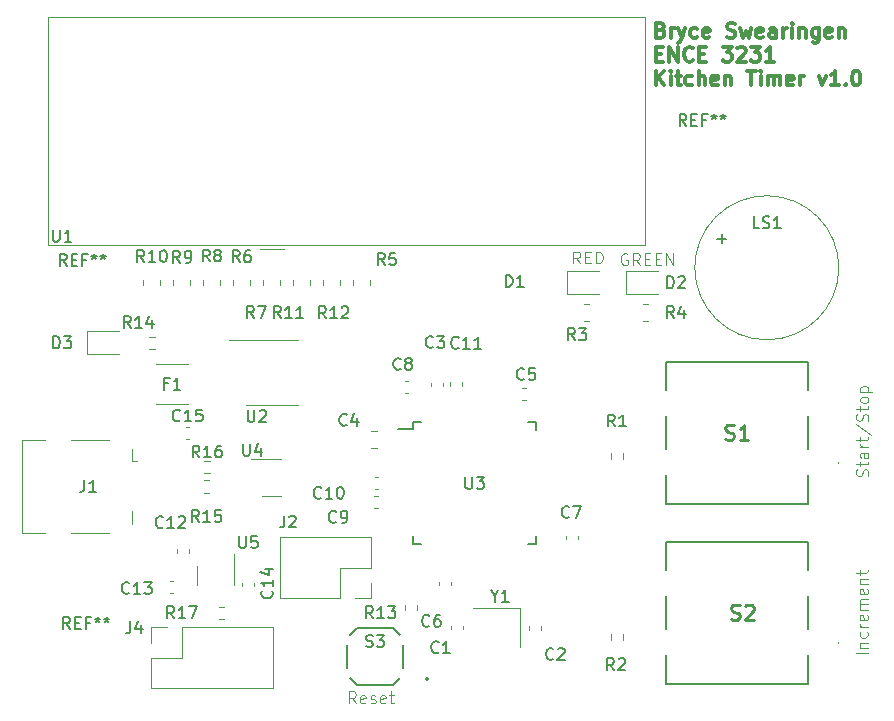
<source format=gbr>
%TF.GenerationSoftware,KiCad,Pcbnew,7.0.2*%
%TF.CreationDate,2023-04-20T12:49:32-06:00*%
%TF.ProjectId,Phase_B_KiCad_Bryce,50686173-655f-4425-9f4b-694361645f42,rev?*%
%TF.SameCoordinates,Original*%
%TF.FileFunction,Legend,Top*%
%TF.FilePolarity,Positive*%
%FSLAX46Y46*%
G04 Gerber Fmt 4.6, Leading zero omitted, Abs format (unit mm)*
G04 Created by KiCad (PCBNEW 7.0.2) date 2023-04-20 12:49:32*
%MOMM*%
%LPD*%
G01*
G04 APERTURE LIST*
%ADD10C,0.100000*%
%ADD11C,0.300000*%
%ADD12C,0.150000*%
%ADD13C,0.254000*%
%ADD14C,0.120000*%
%ADD15C,0.127000*%
%ADD16C,0.200000*%
G04 APERTURE END LIST*
D10*
X88869095Y-79758547D02*
X88535762Y-79282356D01*
X88297667Y-79758547D02*
X88297667Y-78758547D01*
X88297667Y-78758547D02*
X88678619Y-78758547D01*
X88678619Y-78758547D02*
X88773857Y-78806166D01*
X88773857Y-78806166D02*
X88821476Y-78853785D01*
X88821476Y-78853785D02*
X88869095Y-78949023D01*
X88869095Y-78949023D02*
X88869095Y-79091880D01*
X88869095Y-79091880D02*
X88821476Y-79187118D01*
X88821476Y-79187118D02*
X88773857Y-79234737D01*
X88773857Y-79234737D02*
X88678619Y-79282356D01*
X88678619Y-79282356D02*
X88297667Y-79282356D01*
X89678619Y-79710928D02*
X89583381Y-79758547D01*
X89583381Y-79758547D02*
X89392905Y-79758547D01*
X89392905Y-79758547D02*
X89297667Y-79710928D01*
X89297667Y-79710928D02*
X89250048Y-79615689D01*
X89250048Y-79615689D02*
X89250048Y-79234737D01*
X89250048Y-79234737D02*
X89297667Y-79139499D01*
X89297667Y-79139499D02*
X89392905Y-79091880D01*
X89392905Y-79091880D02*
X89583381Y-79091880D01*
X89583381Y-79091880D02*
X89678619Y-79139499D01*
X89678619Y-79139499D02*
X89726238Y-79234737D01*
X89726238Y-79234737D02*
X89726238Y-79329975D01*
X89726238Y-79329975D02*
X89250048Y-79425213D01*
X90107191Y-79710928D02*
X90202429Y-79758547D01*
X90202429Y-79758547D02*
X90392905Y-79758547D01*
X90392905Y-79758547D02*
X90488143Y-79710928D01*
X90488143Y-79710928D02*
X90535762Y-79615689D01*
X90535762Y-79615689D02*
X90535762Y-79568070D01*
X90535762Y-79568070D02*
X90488143Y-79472832D01*
X90488143Y-79472832D02*
X90392905Y-79425213D01*
X90392905Y-79425213D02*
X90250048Y-79425213D01*
X90250048Y-79425213D02*
X90154810Y-79377594D01*
X90154810Y-79377594D02*
X90107191Y-79282356D01*
X90107191Y-79282356D02*
X90107191Y-79234737D01*
X90107191Y-79234737D02*
X90154810Y-79139499D01*
X90154810Y-79139499D02*
X90250048Y-79091880D01*
X90250048Y-79091880D02*
X90392905Y-79091880D01*
X90392905Y-79091880D02*
X90488143Y-79139499D01*
X91345286Y-79710928D02*
X91250048Y-79758547D01*
X91250048Y-79758547D02*
X91059572Y-79758547D01*
X91059572Y-79758547D02*
X90964334Y-79710928D01*
X90964334Y-79710928D02*
X90916715Y-79615689D01*
X90916715Y-79615689D02*
X90916715Y-79234737D01*
X90916715Y-79234737D02*
X90964334Y-79139499D01*
X90964334Y-79139499D02*
X91059572Y-79091880D01*
X91059572Y-79091880D02*
X91250048Y-79091880D01*
X91250048Y-79091880D02*
X91345286Y-79139499D01*
X91345286Y-79139499D02*
X91392905Y-79234737D01*
X91392905Y-79234737D02*
X91392905Y-79329975D01*
X91392905Y-79329975D02*
X90916715Y-79425213D01*
X91678620Y-79091880D02*
X92059572Y-79091880D01*
X91821477Y-78758547D02*
X91821477Y-79615689D01*
X91821477Y-79615689D02*
X91869096Y-79710928D01*
X91869096Y-79710928D02*
X91964334Y-79758547D01*
X91964334Y-79758547D02*
X92059572Y-79758547D01*
X132204821Y-60532769D02*
X132252440Y-60389912D01*
X132252440Y-60389912D02*
X132252440Y-60151817D01*
X132252440Y-60151817D02*
X132204821Y-60056579D01*
X132204821Y-60056579D02*
X132157201Y-60008960D01*
X132157201Y-60008960D02*
X132061963Y-59961341D01*
X132061963Y-59961341D02*
X131966725Y-59961341D01*
X131966725Y-59961341D02*
X131871487Y-60008960D01*
X131871487Y-60008960D02*
X131823868Y-60056579D01*
X131823868Y-60056579D02*
X131776249Y-60151817D01*
X131776249Y-60151817D02*
X131728630Y-60342293D01*
X131728630Y-60342293D02*
X131681011Y-60437531D01*
X131681011Y-60437531D02*
X131633392Y-60485150D01*
X131633392Y-60485150D02*
X131538154Y-60532769D01*
X131538154Y-60532769D02*
X131442916Y-60532769D01*
X131442916Y-60532769D02*
X131347678Y-60485150D01*
X131347678Y-60485150D02*
X131300059Y-60437531D01*
X131300059Y-60437531D02*
X131252440Y-60342293D01*
X131252440Y-60342293D02*
X131252440Y-60104198D01*
X131252440Y-60104198D02*
X131300059Y-59961341D01*
X131585773Y-59675626D02*
X131585773Y-59294674D01*
X131252440Y-59532769D02*
X132109582Y-59532769D01*
X132109582Y-59532769D02*
X132204821Y-59485150D01*
X132204821Y-59485150D02*
X132252440Y-59389912D01*
X132252440Y-59389912D02*
X132252440Y-59294674D01*
X132252440Y-58532769D02*
X131728630Y-58532769D01*
X131728630Y-58532769D02*
X131633392Y-58580388D01*
X131633392Y-58580388D02*
X131585773Y-58675626D01*
X131585773Y-58675626D02*
X131585773Y-58866102D01*
X131585773Y-58866102D02*
X131633392Y-58961340D01*
X132204821Y-58532769D02*
X132252440Y-58628007D01*
X132252440Y-58628007D02*
X132252440Y-58866102D01*
X132252440Y-58866102D02*
X132204821Y-58961340D01*
X132204821Y-58961340D02*
X132109582Y-59008959D01*
X132109582Y-59008959D02*
X132014344Y-59008959D01*
X132014344Y-59008959D02*
X131919106Y-58961340D01*
X131919106Y-58961340D02*
X131871487Y-58866102D01*
X131871487Y-58866102D02*
X131871487Y-58628007D01*
X131871487Y-58628007D02*
X131823868Y-58532769D01*
X132252440Y-58056578D02*
X131585773Y-58056578D01*
X131776249Y-58056578D02*
X131681011Y-58008959D01*
X131681011Y-58008959D02*
X131633392Y-57961340D01*
X131633392Y-57961340D02*
X131585773Y-57866102D01*
X131585773Y-57866102D02*
X131585773Y-57770864D01*
X131585773Y-57580387D02*
X131585773Y-57199435D01*
X131252440Y-57437530D02*
X132109582Y-57437530D01*
X132109582Y-57437530D02*
X132204821Y-57389911D01*
X132204821Y-57389911D02*
X132252440Y-57294673D01*
X132252440Y-57294673D02*
X132252440Y-57199435D01*
X131204821Y-56151816D02*
X132490535Y-57008958D01*
X132204821Y-55866101D02*
X132252440Y-55723244D01*
X132252440Y-55723244D02*
X132252440Y-55485149D01*
X132252440Y-55485149D02*
X132204821Y-55389911D01*
X132204821Y-55389911D02*
X132157201Y-55342292D01*
X132157201Y-55342292D02*
X132061963Y-55294673D01*
X132061963Y-55294673D02*
X131966725Y-55294673D01*
X131966725Y-55294673D02*
X131871487Y-55342292D01*
X131871487Y-55342292D02*
X131823868Y-55389911D01*
X131823868Y-55389911D02*
X131776249Y-55485149D01*
X131776249Y-55485149D02*
X131728630Y-55675625D01*
X131728630Y-55675625D02*
X131681011Y-55770863D01*
X131681011Y-55770863D02*
X131633392Y-55818482D01*
X131633392Y-55818482D02*
X131538154Y-55866101D01*
X131538154Y-55866101D02*
X131442916Y-55866101D01*
X131442916Y-55866101D02*
X131347678Y-55818482D01*
X131347678Y-55818482D02*
X131300059Y-55770863D01*
X131300059Y-55770863D02*
X131252440Y-55675625D01*
X131252440Y-55675625D02*
X131252440Y-55437530D01*
X131252440Y-55437530D02*
X131300059Y-55294673D01*
X131585773Y-55008958D02*
X131585773Y-54628006D01*
X131252440Y-54866101D02*
X132109582Y-54866101D01*
X132109582Y-54866101D02*
X132204821Y-54818482D01*
X132204821Y-54818482D02*
X132252440Y-54723244D01*
X132252440Y-54723244D02*
X132252440Y-54628006D01*
X132252440Y-54151815D02*
X132204821Y-54247053D01*
X132204821Y-54247053D02*
X132157201Y-54294672D01*
X132157201Y-54294672D02*
X132061963Y-54342291D01*
X132061963Y-54342291D02*
X131776249Y-54342291D01*
X131776249Y-54342291D02*
X131681011Y-54294672D01*
X131681011Y-54294672D02*
X131633392Y-54247053D01*
X131633392Y-54247053D02*
X131585773Y-54151815D01*
X131585773Y-54151815D02*
X131585773Y-54008958D01*
X131585773Y-54008958D02*
X131633392Y-53913720D01*
X131633392Y-53913720D02*
X131681011Y-53866101D01*
X131681011Y-53866101D02*
X131776249Y-53818482D01*
X131776249Y-53818482D02*
X132061963Y-53818482D01*
X132061963Y-53818482D02*
X132157201Y-53866101D01*
X132157201Y-53866101D02*
X132204821Y-53913720D01*
X132204821Y-53913720D02*
X132252440Y-54008958D01*
X132252440Y-54008958D02*
X132252440Y-54151815D01*
X131585773Y-53389910D02*
X132585773Y-53389910D01*
X131633392Y-53389910D02*
X131585773Y-53294672D01*
X131585773Y-53294672D02*
X131585773Y-53104196D01*
X131585773Y-53104196D02*
X131633392Y-53008958D01*
X131633392Y-53008958D02*
X131681011Y-52961339D01*
X131681011Y-52961339D02*
X131776249Y-52913720D01*
X131776249Y-52913720D02*
X132061963Y-52913720D01*
X132061963Y-52913720D02*
X132157201Y-52961339D01*
X132157201Y-52961339D02*
X132204821Y-53008958D01*
X132204821Y-53008958D02*
X132252440Y-53104196D01*
X132252440Y-53104196D02*
X132252440Y-53294672D01*
X132252440Y-53294672D02*
X132204821Y-53389910D01*
X132195638Y-75537660D02*
X131195638Y-75537660D01*
X131528971Y-75061470D02*
X132195638Y-75061470D01*
X131624209Y-75061470D02*
X131576590Y-75013851D01*
X131576590Y-75013851D02*
X131528971Y-74918613D01*
X131528971Y-74918613D02*
X131528971Y-74775756D01*
X131528971Y-74775756D02*
X131576590Y-74680518D01*
X131576590Y-74680518D02*
X131671828Y-74632899D01*
X131671828Y-74632899D02*
X132195638Y-74632899D01*
X132148019Y-73728137D02*
X132195638Y-73823375D01*
X132195638Y-73823375D02*
X132195638Y-74013851D01*
X132195638Y-74013851D02*
X132148019Y-74109089D01*
X132148019Y-74109089D02*
X132100399Y-74156708D01*
X132100399Y-74156708D02*
X132005161Y-74204327D01*
X132005161Y-74204327D02*
X131719447Y-74204327D01*
X131719447Y-74204327D02*
X131624209Y-74156708D01*
X131624209Y-74156708D02*
X131576590Y-74109089D01*
X131576590Y-74109089D02*
X131528971Y-74013851D01*
X131528971Y-74013851D02*
X131528971Y-73823375D01*
X131528971Y-73823375D02*
X131576590Y-73728137D01*
X132195638Y-73299565D02*
X131528971Y-73299565D01*
X131719447Y-73299565D02*
X131624209Y-73251946D01*
X131624209Y-73251946D02*
X131576590Y-73204327D01*
X131576590Y-73204327D02*
X131528971Y-73109089D01*
X131528971Y-73109089D02*
X131528971Y-73013851D01*
X132148019Y-72299565D02*
X132195638Y-72394803D01*
X132195638Y-72394803D02*
X132195638Y-72585279D01*
X132195638Y-72585279D02*
X132148019Y-72680517D01*
X132148019Y-72680517D02*
X132052780Y-72728136D01*
X132052780Y-72728136D02*
X131671828Y-72728136D01*
X131671828Y-72728136D02*
X131576590Y-72680517D01*
X131576590Y-72680517D02*
X131528971Y-72585279D01*
X131528971Y-72585279D02*
X131528971Y-72394803D01*
X131528971Y-72394803D02*
X131576590Y-72299565D01*
X131576590Y-72299565D02*
X131671828Y-72251946D01*
X131671828Y-72251946D02*
X131767066Y-72251946D01*
X131767066Y-72251946D02*
X131862304Y-72728136D01*
X132195638Y-71823374D02*
X131528971Y-71823374D01*
X131624209Y-71823374D02*
X131576590Y-71775755D01*
X131576590Y-71775755D02*
X131528971Y-71680517D01*
X131528971Y-71680517D02*
X131528971Y-71537660D01*
X131528971Y-71537660D02*
X131576590Y-71442422D01*
X131576590Y-71442422D02*
X131671828Y-71394803D01*
X131671828Y-71394803D02*
X132195638Y-71394803D01*
X131671828Y-71394803D02*
X131576590Y-71347184D01*
X131576590Y-71347184D02*
X131528971Y-71251946D01*
X131528971Y-71251946D02*
X131528971Y-71109089D01*
X131528971Y-71109089D02*
X131576590Y-71013850D01*
X131576590Y-71013850D02*
X131671828Y-70966231D01*
X131671828Y-70966231D02*
X132195638Y-70966231D01*
X132148019Y-70109089D02*
X132195638Y-70204327D01*
X132195638Y-70204327D02*
X132195638Y-70394803D01*
X132195638Y-70394803D02*
X132148019Y-70490041D01*
X132148019Y-70490041D02*
X132052780Y-70537660D01*
X132052780Y-70537660D02*
X131671828Y-70537660D01*
X131671828Y-70537660D02*
X131576590Y-70490041D01*
X131576590Y-70490041D02*
X131528971Y-70394803D01*
X131528971Y-70394803D02*
X131528971Y-70204327D01*
X131528971Y-70204327D02*
X131576590Y-70109089D01*
X131576590Y-70109089D02*
X131671828Y-70061470D01*
X131671828Y-70061470D02*
X131767066Y-70061470D01*
X131767066Y-70061470D02*
X131862304Y-70537660D01*
X131528971Y-69632898D02*
X132195638Y-69632898D01*
X131624209Y-69632898D02*
X131576590Y-69585279D01*
X131576590Y-69585279D02*
X131528971Y-69490041D01*
X131528971Y-69490041D02*
X131528971Y-69347184D01*
X131528971Y-69347184D02*
X131576590Y-69251946D01*
X131576590Y-69251946D02*
X131671828Y-69204327D01*
X131671828Y-69204327D02*
X132195638Y-69204327D01*
X131528971Y-68870993D02*
X131528971Y-68490041D01*
X131195638Y-68728136D02*
X132052780Y-68728136D01*
X132052780Y-68728136D02*
X132148019Y-68680517D01*
X132148019Y-68680517D02*
X132195638Y-68585279D01*
X132195638Y-68585279D02*
X132195638Y-68490041D01*
X111859026Y-41714714D02*
X111763788Y-41667095D01*
X111763788Y-41667095D02*
X111620931Y-41667095D01*
X111620931Y-41667095D02*
X111478074Y-41714714D01*
X111478074Y-41714714D02*
X111382836Y-41809952D01*
X111382836Y-41809952D02*
X111335217Y-41905190D01*
X111335217Y-41905190D02*
X111287598Y-42095666D01*
X111287598Y-42095666D02*
X111287598Y-42238523D01*
X111287598Y-42238523D02*
X111335217Y-42428999D01*
X111335217Y-42428999D02*
X111382836Y-42524237D01*
X111382836Y-42524237D02*
X111478074Y-42619476D01*
X111478074Y-42619476D02*
X111620931Y-42667095D01*
X111620931Y-42667095D02*
X111716169Y-42667095D01*
X111716169Y-42667095D02*
X111859026Y-42619476D01*
X111859026Y-42619476D02*
X111906645Y-42571856D01*
X111906645Y-42571856D02*
X111906645Y-42238523D01*
X111906645Y-42238523D02*
X111716169Y-42238523D01*
X112906645Y-42667095D02*
X112573312Y-42190904D01*
X112335217Y-42667095D02*
X112335217Y-41667095D01*
X112335217Y-41667095D02*
X112716169Y-41667095D01*
X112716169Y-41667095D02*
X112811407Y-41714714D01*
X112811407Y-41714714D02*
X112859026Y-41762333D01*
X112859026Y-41762333D02*
X112906645Y-41857571D01*
X112906645Y-41857571D02*
X112906645Y-42000428D01*
X112906645Y-42000428D02*
X112859026Y-42095666D01*
X112859026Y-42095666D02*
X112811407Y-42143285D01*
X112811407Y-42143285D02*
X112716169Y-42190904D01*
X112716169Y-42190904D02*
X112335217Y-42190904D01*
X113335217Y-42143285D02*
X113668550Y-42143285D01*
X113811407Y-42667095D02*
X113335217Y-42667095D01*
X113335217Y-42667095D02*
X113335217Y-41667095D01*
X113335217Y-41667095D02*
X113811407Y-41667095D01*
X114239979Y-42143285D02*
X114573312Y-42143285D01*
X114716169Y-42667095D02*
X114239979Y-42667095D01*
X114239979Y-42667095D02*
X114239979Y-41667095D01*
X114239979Y-41667095D02*
X114716169Y-41667095D01*
X115144741Y-42667095D02*
X115144741Y-41667095D01*
X115144741Y-41667095D02*
X115716169Y-42667095D01*
X115716169Y-42667095D02*
X115716169Y-41667095D01*
X107851588Y-42515787D02*
X107518255Y-42039596D01*
X107280160Y-42515787D02*
X107280160Y-41515787D01*
X107280160Y-41515787D02*
X107661112Y-41515787D01*
X107661112Y-41515787D02*
X107756350Y-41563406D01*
X107756350Y-41563406D02*
X107803969Y-41611025D01*
X107803969Y-41611025D02*
X107851588Y-41706263D01*
X107851588Y-41706263D02*
X107851588Y-41849120D01*
X107851588Y-41849120D02*
X107803969Y-41944358D01*
X107803969Y-41944358D02*
X107756350Y-41991977D01*
X107756350Y-41991977D02*
X107661112Y-42039596D01*
X107661112Y-42039596D02*
X107280160Y-42039596D01*
X108280160Y-41991977D02*
X108613493Y-41991977D01*
X108756350Y-42515787D02*
X108280160Y-42515787D01*
X108280160Y-42515787D02*
X108280160Y-41515787D01*
X108280160Y-41515787D02*
X108756350Y-41515787D01*
X109184922Y-42515787D02*
X109184922Y-41515787D01*
X109184922Y-41515787D02*
X109423017Y-41515787D01*
X109423017Y-41515787D02*
X109565874Y-41563406D01*
X109565874Y-41563406D02*
X109661112Y-41658644D01*
X109661112Y-41658644D02*
X109708731Y-41753882D01*
X109708731Y-41753882D02*
X109756350Y-41944358D01*
X109756350Y-41944358D02*
X109756350Y-42087215D01*
X109756350Y-42087215D02*
X109708731Y-42277691D01*
X109708731Y-42277691D02*
X109661112Y-42372929D01*
X109661112Y-42372929D02*
X109565874Y-42468168D01*
X109565874Y-42468168D02*
X109423017Y-42515787D01*
X109423017Y-42515787D02*
X109184922Y-42515787D01*
D11*
X114684285Y-22752261D02*
X114862857Y-22811785D01*
X114862857Y-22811785D02*
X114922380Y-22871309D01*
X114922380Y-22871309D02*
X114981904Y-22990357D01*
X114981904Y-22990357D02*
X114981904Y-23168928D01*
X114981904Y-23168928D02*
X114922380Y-23287976D01*
X114922380Y-23287976D02*
X114862857Y-23347500D01*
X114862857Y-23347500D02*
X114743809Y-23407023D01*
X114743809Y-23407023D02*
X114267619Y-23407023D01*
X114267619Y-23407023D02*
X114267619Y-22157023D01*
X114267619Y-22157023D02*
X114684285Y-22157023D01*
X114684285Y-22157023D02*
X114803333Y-22216547D01*
X114803333Y-22216547D02*
X114862857Y-22276071D01*
X114862857Y-22276071D02*
X114922380Y-22395119D01*
X114922380Y-22395119D02*
X114922380Y-22514166D01*
X114922380Y-22514166D02*
X114862857Y-22633214D01*
X114862857Y-22633214D02*
X114803333Y-22692738D01*
X114803333Y-22692738D02*
X114684285Y-22752261D01*
X114684285Y-22752261D02*
X114267619Y-22752261D01*
X115517619Y-23407023D02*
X115517619Y-22573690D01*
X115517619Y-22811785D02*
X115577142Y-22692738D01*
X115577142Y-22692738D02*
X115636666Y-22633214D01*
X115636666Y-22633214D02*
X115755714Y-22573690D01*
X115755714Y-22573690D02*
X115874761Y-22573690D01*
X116172381Y-22573690D02*
X116470000Y-23407023D01*
X116767619Y-22573690D02*
X116470000Y-23407023D01*
X116470000Y-23407023D02*
X116350952Y-23704642D01*
X116350952Y-23704642D02*
X116291429Y-23764166D01*
X116291429Y-23764166D02*
X116172381Y-23823690D01*
X117779524Y-23347500D02*
X117660476Y-23407023D01*
X117660476Y-23407023D02*
X117422381Y-23407023D01*
X117422381Y-23407023D02*
X117303333Y-23347500D01*
X117303333Y-23347500D02*
X117243810Y-23287976D01*
X117243810Y-23287976D02*
X117184286Y-23168928D01*
X117184286Y-23168928D02*
X117184286Y-22811785D01*
X117184286Y-22811785D02*
X117243810Y-22692738D01*
X117243810Y-22692738D02*
X117303333Y-22633214D01*
X117303333Y-22633214D02*
X117422381Y-22573690D01*
X117422381Y-22573690D02*
X117660476Y-22573690D01*
X117660476Y-22573690D02*
X117779524Y-22633214D01*
X118791429Y-23347500D02*
X118672381Y-23407023D01*
X118672381Y-23407023D02*
X118434286Y-23407023D01*
X118434286Y-23407023D02*
X118315239Y-23347500D01*
X118315239Y-23347500D02*
X118255715Y-23228452D01*
X118255715Y-23228452D02*
X118255715Y-22752261D01*
X118255715Y-22752261D02*
X118315239Y-22633214D01*
X118315239Y-22633214D02*
X118434286Y-22573690D01*
X118434286Y-22573690D02*
X118672381Y-22573690D01*
X118672381Y-22573690D02*
X118791429Y-22633214D01*
X118791429Y-22633214D02*
X118850953Y-22752261D01*
X118850953Y-22752261D02*
X118850953Y-22871309D01*
X118850953Y-22871309D02*
X118255715Y-22990357D01*
X120279525Y-23347500D02*
X120458096Y-23407023D01*
X120458096Y-23407023D02*
X120755715Y-23407023D01*
X120755715Y-23407023D02*
X120874763Y-23347500D01*
X120874763Y-23347500D02*
X120934287Y-23287976D01*
X120934287Y-23287976D02*
X120993810Y-23168928D01*
X120993810Y-23168928D02*
X120993810Y-23049880D01*
X120993810Y-23049880D02*
X120934287Y-22930833D01*
X120934287Y-22930833D02*
X120874763Y-22871309D01*
X120874763Y-22871309D02*
X120755715Y-22811785D01*
X120755715Y-22811785D02*
X120517620Y-22752261D01*
X120517620Y-22752261D02*
X120398572Y-22692738D01*
X120398572Y-22692738D02*
X120339049Y-22633214D01*
X120339049Y-22633214D02*
X120279525Y-22514166D01*
X120279525Y-22514166D02*
X120279525Y-22395119D01*
X120279525Y-22395119D02*
X120339049Y-22276071D01*
X120339049Y-22276071D02*
X120398572Y-22216547D01*
X120398572Y-22216547D02*
X120517620Y-22157023D01*
X120517620Y-22157023D02*
X120815239Y-22157023D01*
X120815239Y-22157023D02*
X120993810Y-22216547D01*
X121410477Y-22573690D02*
X121648572Y-23407023D01*
X121648572Y-23407023D02*
X121886667Y-22811785D01*
X121886667Y-22811785D02*
X122124763Y-23407023D01*
X122124763Y-23407023D02*
X122362858Y-22573690D01*
X123315239Y-23347500D02*
X123196191Y-23407023D01*
X123196191Y-23407023D02*
X122958096Y-23407023D01*
X122958096Y-23407023D02*
X122839049Y-23347500D01*
X122839049Y-23347500D02*
X122779525Y-23228452D01*
X122779525Y-23228452D02*
X122779525Y-22752261D01*
X122779525Y-22752261D02*
X122839049Y-22633214D01*
X122839049Y-22633214D02*
X122958096Y-22573690D01*
X122958096Y-22573690D02*
X123196191Y-22573690D01*
X123196191Y-22573690D02*
X123315239Y-22633214D01*
X123315239Y-22633214D02*
X123374763Y-22752261D01*
X123374763Y-22752261D02*
X123374763Y-22871309D01*
X123374763Y-22871309D02*
X122779525Y-22990357D01*
X124446192Y-23407023D02*
X124446192Y-22752261D01*
X124446192Y-22752261D02*
X124386668Y-22633214D01*
X124386668Y-22633214D02*
X124267620Y-22573690D01*
X124267620Y-22573690D02*
X124029525Y-22573690D01*
X124029525Y-22573690D02*
X123910478Y-22633214D01*
X124446192Y-23347500D02*
X124327144Y-23407023D01*
X124327144Y-23407023D02*
X124029525Y-23407023D01*
X124029525Y-23407023D02*
X123910478Y-23347500D01*
X123910478Y-23347500D02*
X123850954Y-23228452D01*
X123850954Y-23228452D02*
X123850954Y-23109404D01*
X123850954Y-23109404D02*
X123910478Y-22990357D01*
X123910478Y-22990357D02*
X124029525Y-22930833D01*
X124029525Y-22930833D02*
X124327144Y-22930833D01*
X124327144Y-22930833D02*
X124446192Y-22871309D01*
X125041430Y-23407023D02*
X125041430Y-22573690D01*
X125041430Y-22811785D02*
X125100953Y-22692738D01*
X125100953Y-22692738D02*
X125160477Y-22633214D01*
X125160477Y-22633214D02*
X125279525Y-22573690D01*
X125279525Y-22573690D02*
X125398572Y-22573690D01*
X125815240Y-23407023D02*
X125815240Y-22573690D01*
X125815240Y-22157023D02*
X125755716Y-22216547D01*
X125755716Y-22216547D02*
X125815240Y-22276071D01*
X125815240Y-22276071D02*
X125874763Y-22216547D01*
X125874763Y-22216547D02*
X125815240Y-22157023D01*
X125815240Y-22157023D02*
X125815240Y-22276071D01*
X126410478Y-22573690D02*
X126410478Y-23407023D01*
X126410478Y-22692738D02*
X126470001Y-22633214D01*
X126470001Y-22633214D02*
X126589049Y-22573690D01*
X126589049Y-22573690D02*
X126767620Y-22573690D01*
X126767620Y-22573690D02*
X126886668Y-22633214D01*
X126886668Y-22633214D02*
X126946192Y-22752261D01*
X126946192Y-22752261D02*
X126946192Y-23407023D01*
X128077144Y-22573690D02*
X128077144Y-23585595D01*
X128077144Y-23585595D02*
X128017620Y-23704642D01*
X128017620Y-23704642D02*
X127958096Y-23764166D01*
X127958096Y-23764166D02*
X127839049Y-23823690D01*
X127839049Y-23823690D02*
X127660477Y-23823690D01*
X127660477Y-23823690D02*
X127541430Y-23764166D01*
X128077144Y-23347500D02*
X127958096Y-23407023D01*
X127958096Y-23407023D02*
X127720001Y-23407023D01*
X127720001Y-23407023D02*
X127600953Y-23347500D01*
X127600953Y-23347500D02*
X127541430Y-23287976D01*
X127541430Y-23287976D02*
X127481906Y-23168928D01*
X127481906Y-23168928D02*
X127481906Y-22811785D01*
X127481906Y-22811785D02*
X127541430Y-22692738D01*
X127541430Y-22692738D02*
X127600953Y-22633214D01*
X127600953Y-22633214D02*
X127720001Y-22573690D01*
X127720001Y-22573690D02*
X127958096Y-22573690D01*
X127958096Y-22573690D02*
X128077144Y-22633214D01*
X129148572Y-23347500D02*
X129029524Y-23407023D01*
X129029524Y-23407023D02*
X128791429Y-23407023D01*
X128791429Y-23407023D02*
X128672382Y-23347500D01*
X128672382Y-23347500D02*
X128612858Y-23228452D01*
X128612858Y-23228452D02*
X128612858Y-22752261D01*
X128612858Y-22752261D02*
X128672382Y-22633214D01*
X128672382Y-22633214D02*
X128791429Y-22573690D01*
X128791429Y-22573690D02*
X129029524Y-22573690D01*
X129029524Y-22573690D02*
X129148572Y-22633214D01*
X129148572Y-22633214D02*
X129208096Y-22752261D01*
X129208096Y-22752261D02*
X129208096Y-22871309D01*
X129208096Y-22871309D02*
X128612858Y-22990357D01*
X129743811Y-22573690D02*
X129743811Y-23407023D01*
X129743811Y-22692738D02*
X129803334Y-22633214D01*
X129803334Y-22633214D02*
X129922382Y-22573690D01*
X129922382Y-22573690D02*
X130100953Y-22573690D01*
X130100953Y-22573690D02*
X130220001Y-22633214D01*
X130220001Y-22633214D02*
X130279525Y-22752261D01*
X130279525Y-22752261D02*
X130279525Y-23407023D01*
X114267619Y-24777261D02*
X114684285Y-24777261D01*
X114862857Y-25432023D02*
X114267619Y-25432023D01*
X114267619Y-25432023D02*
X114267619Y-24182023D01*
X114267619Y-24182023D02*
X114862857Y-24182023D01*
X115398571Y-25432023D02*
X115398571Y-24182023D01*
X115398571Y-24182023D02*
X116112856Y-25432023D01*
X116112856Y-25432023D02*
X116112856Y-24182023D01*
X117422380Y-25312976D02*
X117362856Y-25372500D01*
X117362856Y-25372500D02*
X117184285Y-25432023D01*
X117184285Y-25432023D02*
X117065237Y-25432023D01*
X117065237Y-25432023D02*
X116886666Y-25372500D01*
X116886666Y-25372500D02*
X116767618Y-25253452D01*
X116767618Y-25253452D02*
X116708095Y-25134404D01*
X116708095Y-25134404D02*
X116648571Y-24896309D01*
X116648571Y-24896309D02*
X116648571Y-24717738D01*
X116648571Y-24717738D02*
X116708095Y-24479642D01*
X116708095Y-24479642D02*
X116767618Y-24360595D01*
X116767618Y-24360595D02*
X116886666Y-24241547D01*
X116886666Y-24241547D02*
X117065237Y-24182023D01*
X117065237Y-24182023D02*
X117184285Y-24182023D01*
X117184285Y-24182023D02*
X117362856Y-24241547D01*
X117362856Y-24241547D02*
X117422380Y-24301071D01*
X117958095Y-24777261D02*
X118374761Y-24777261D01*
X118553333Y-25432023D02*
X117958095Y-25432023D01*
X117958095Y-25432023D02*
X117958095Y-24182023D01*
X117958095Y-24182023D02*
X118553333Y-24182023D01*
X119922380Y-24182023D02*
X120696189Y-24182023D01*
X120696189Y-24182023D02*
X120279523Y-24658214D01*
X120279523Y-24658214D02*
X120458094Y-24658214D01*
X120458094Y-24658214D02*
X120577142Y-24717738D01*
X120577142Y-24717738D02*
X120636666Y-24777261D01*
X120636666Y-24777261D02*
X120696189Y-24896309D01*
X120696189Y-24896309D02*
X120696189Y-25193928D01*
X120696189Y-25193928D02*
X120636666Y-25312976D01*
X120636666Y-25312976D02*
X120577142Y-25372500D01*
X120577142Y-25372500D02*
X120458094Y-25432023D01*
X120458094Y-25432023D02*
X120100951Y-25432023D01*
X120100951Y-25432023D02*
X119981904Y-25372500D01*
X119981904Y-25372500D02*
X119922380Y-25312976D01*
X121172380Y-24301071D02*
X121231904Y-24241547D01*
X121231904Y-24241547D02*
X121350951Y-24182023D01*
X121350951Y-24182023D02*
X121648570Y-24182023D01*
X121648570Y-24182023D02*
X121767618Y-24241547D01*
X121767618Y-24241547D02*
X121827142Y-24301071D01*
X121827142Y-24301071D02*
X121886665Y-24420119D01*
X121886665Y-24420119D02*
X121886665Y-24539166D01*
X121886665Y-24539166D02*
X121827142Y-24717738D01*
X121827142Y-24717738D02*
X121112856Y-25432023D01*
X121112856Y-25432023D02*
X121886665Y-25432023D01*
X122303332Y-24182023D02*
X123077141Y-24182023D01*
X123077141Y-24182023D02*
X122660475Y-24658214D01*
X122660475Y-24658214D02*
X122839046Y-24658214D01*
X122839046Y-24658214D02*
X122958094Y-24717738D01*
X122958094Y-24717738D02*
X123017618Y-24777261D01*
X123017618Y-24777261D02*
X123077141Y-24896309D01*
X123077141Y-24896309D02*
X123077141Y-25193928D01*
X123077141Y-25193928D02*
X123017618Y-25312976D01*
X123017618Y-25312976D02*
X122958094Y-25372500D01*
X122958094Y-25372500D02*
X122839046Y-25432023D01*
X122839046Y-25432023D02*
X122481903Y-25432023D01*
X122481903Y-25432023D02*
X122362856Y-25372500D01*
X122362856Y-25372500D02*
X122303332Y-25312976D01*
X124267617Y-25432023D02*
X123553332Y-25432023D01*
X123910475Y-25432023D02*
X123910475Y-24182023D01*
X123910475Y-24182023D02*
X123791427Y-24360595D01*
X123791427Y-24360595D02*
X123672379Y-24479642D01*
X123672379Y-24479642D02*
X123553332Y-24539166D01*
X114267619Y-27457023D02*
X114267619Y-26207023D01*
X114981904Y-27457023D02*
X114446190Y-26742738D01*
X114981904Y-26207023D02*
X114267619Y-26921309D01*
X115517619Y-27457023D02*
X115517619Y-26623690D01*
X115517619Y-26207023D02*
X115458095Y-26266547D01*
X115458095Y-26266547D02*
X115517619Y-26326071D01*
X115517619Y-26326071D02*
X115577142Y-26266547D01*
X115577142Y-26266547D02*
X115517619Y-26207023D01*
X115517619Y-26207023D02*
X115517619Y-26326071D01*
X115934285Y-26623690D02*
X116410476Y-26623690D01*
X116112857Y-26207023D02*
X116112857Y-27278452D01*
X116112857Y-27278452D02*
X116172380Y-27397500D01*
X116172380Y-27397500D02*
X116291428Y-27457023D01*
X116291428Y-27457023D02*
X116410476Y-27457023D01*
X117362857Y-27397500D02*
X117243809Y-27457023D01*
X117243809Y-27457023D02*
X117005714Y-27457023D01*
X117005714Y-27457023D02*
X116886666Y-27397500D01*
X116886666Y-27397500D02*
X116827143Y-27337976D01*
X116827143Y-27337976D02*
X116767619Y-27218928D01*
X116767619Y-27218928D02*
X116767619Y-26861785D01*
X116767619Y-26861785D02*
X116827143Y-26742738D01*
X116827143Y-26742738D02*
X116886666Y-26683214D01*
X116886666Y-26683214D02*
X117005714Y-26623690D01*
X117005714Y-26623690D02*
X117243809Y-26623690D01*
X117243809Y-26623690D02*
X117362857Y-26683214D01*
X117898572Y-27457023D02*
X117898572Y-26207023D01*
X118434286Y-27457023D02*
X118434286Y-26802261D01*
X118434286Y-26802261D02*
X118374762Y-26683214D01*
X118374762Y-26683214D02*
X118255714Y-26623690D01*
X118255714Y-26623690D02*
X118077143Y-26623690D01*
X118077143Y-26623690D02*
X117958095Y-26683214D01*
X117958095Y-26683214D02*
X117898572Y-26742738D01*
X119505714Y-27397500D02*
X119386666Y-27457023D01*
X119386666Y-27457023D02*
X119148571Y-27457023D01*
X119148571Y-27457023D02*
X119029524Y-27397500D01*
X119029524Y-27397500D02*
X118970000Y-27278452D01*
X118970000Y-27278452D02*
X118970000Y-26802261D01*
X118970000Y-26802261D02*
X119029524Y-26683214D01*
X119029524Y-26683214D02*
X119148571Y-26623690D01*
X119148571Y-26623690D02*
X119386666Y-26623690D01*
X119386666Y-26623690D02*
X119505714Y-26683214D01*
X119505714Y-26683214D02*
X119565238Y-26802261D01*
X119565238Y-26802261D02*
X119565238Y-26921309D01*
X119565238Y-26921309D02*
X118970000Y-27040357D01*
X120100953Y-26623690D02*
X120100953Y-27457023D01*
X120100953Y-26742738D02*
X120160476Y-26683214D01*
X120160476Y-26683214D02*
X120279524Y-26623690D01*
X120279524Y-26623690D02*
X120458095Y-26623690D01*
X120458095Y-26623690D02*
X120577143Y-26683214D01*
X120577143Y-26683214D02*
X120636667Y-26802261D01*
X120636667Y-26802261D02*
X120636667Y-27457023D01*
X122005714Y-26207023D02*
X122720000Y-26207023D01*
X122362857Y-27457023D02*
X122362857Y-26207023D01*
X123136667Y-27457023D02*
X123136667Y-26623690D01*
X123136667Y-26207023D02*
X123077143Y-26266547D01*
X123077143Y-26266547D02*
X123136667Y-26326071D01*
X123136667Y-26326071D02*
X123196190Y-26266547D01*
X123196190Y-26266547D02*
X123136667Y-26207023D01*
X123136667Y-26207023D02*
X123136667Y-26326071D01*
X123731905Y-27457023D02*
X123731905Y-26623690D01*
X123731905Y-26742738D02*
X123791428Y-26683214D01*
X123791428Y-26683214D02*
X123910476Y-26623690D01*
X123910476Y-26623690D02*
X124089047Y-26623690D01*
X124089047Y-26623690D02*
X124208095Y-26683214D01*
X124208095Y-26683214D02*
X124267619Y-26802261D01*
X124267619Y-26802261D02*
X124267619Y-27457023D01*
X124267619Y-26802261D02*
X124327143Y-26683214D01*
X124327143Y-26683214D02*
X124446190Y-26623690D01*
X124446190Y-26623690D02*
X124624762Y-26623690D01*
X124624762Y-26623690D02*
X124743809Y-26683214D01*
X124743809Y-26683214D02*
X124803333Y-26802261D01*
X124803333Y-26802261D02*
X124803333Y-27457023D01*
X125874762Y-27397500D02*
X125755714Y-27457023D01*
X125755714Y-27457023D02*
X125517619Y-27457023D01*
X125517619Y-27457023D02*
X125398572Y-27397500D01*
X125398572Y-27397500D02*
X125339048Y-27278452D01*
X125339048Y-27278452D02*
X125339048Y-26802261D01*
X125339048Y-26802261D02*
X125398572Y-26683214D01*
X125398572Y-26683214D02*
X125517619Y-26623690D01*
X125517619Y-26623690D02*
X125755714Y-26623690D01*
X125755714Y-26623690D02*
X125874762Y-26683214D01*
X125874762Y-26683214D02*
X125934286Y-26802261D01*
X125934286Y-26802261D02*
X125934286Y-26921309D01*
X125934286Y-26921309D02*
X125339048Y-27040357D01*
X126470001Y-27457023D02*
X126470001Y-26623690D01*
X126470001Y-26861785D02*
X126529524Y-26742738D01*
X126529524Y-26742738D02*
X126589048Y-26683214D01*
X126589048Y-26683214D02*
X126708096Y-26623690D01*
X126708096Y-26623690D02*
X126827143Y-26623690D01*
X128077144Y-26623690D02*
X128374763Y-27457023D01*
X128374763Y-27457023D02*
X128672382Y-26623690D01*
X129803334Y-27457023D02*
X129089049Y-27457023D01*
X129446192Y-27457023D02*
X129446192Y-26207023D01*
X129446192Y-26207023D02*
X129327144Y-26385595D01*
X129327144Y-26385595D02*
X129208096Y-26504642D01*
X129208096Y-26504642D02*
X129089049Y-26564166D01*
X130339049Y-27337976D02*
X130398572Y-27397500D01*
X130398572Y-27397500D02*
X130339049Y-27457023D01*
X130339049Y-27457023D02*
X130279525Y-27397500D01*
X130279525Y-27397500D02*
X130339049Y-27337976D01*
X130339049Y-27337976D02*
X130339049Y-27457023D01*
X131172382Y-26207023D02*
X131291429Y-26207023D01*
X131291429Y-26207023D02*
X131410477Y-26266547D01*
X131410477Y-26266547D02*
X131470001Y-26326071D01*
X131470001Y-26326071D02*
X131529525Y-26445119D01*
X131529525Y-26445119D02*
X131589048Y-26683214D01*
X131589048Y-26683214D02*
X131589048Y-26980833D01*
X131589048Y-26980833D02*
X131529525Y-27218928D01*
X131529525Y-27218928D02*
X131470001Y-27337976D01*
X131470001Y-27337976D02*
X131410477Y-27397500D01*
X131410477Y-27397500D02*
X131291429Y-27457023D01*
X131291429Y-27457023D02*
X131172382Y-27457023D01*
X131172382Y-27457023D02*
X131053334Y-27397500D01*
X131053334Y-27397500D02*
X130993810Y-27337976D01*
X130993810Y-27337976D02*
X130934287Y-27218928D01*
X130934287Y-27218928D02*
X130874763Y-26980833D01*
X130874763Y-26980833D02*
X130874763Y-26683214D01*
X130874763Y-26683214D02*
X130934287Y-26445119D01*
X130934287Y-26445119D02*
X130993810Y-26326071D01*
X130993810Y-26326071D02*
X131053334Y-26266547D01*
X131053334Y-26266547D02*
X131172382Y-26207023D01*
D12*
%TO.C,REF\u002A\u002A*%
X116840774Y-30893903D02*
X116507441Y-30417712D01*
X116269346Y-30893903D02*
X116269346Y-29893903D01*
X116269346Y-29893903D02*
X116650298Y-29893903D01*
X116650298Y-29893903D02*
X116745536Y-29941522D01*
X116745536Y-29941522D02*
X116793155Y-29989141D01*
X116793155Y-29989141D02*
X116840774Y-30084379D01*
X116840774Y-30084379D02*
X116840774Y-30227236D01*
X116840774Y-30227236D02*
X116793155Y-30322474D01*
X116793155Y-30322474D02*
X116745536Y-30370093D01*
X116745536Y-30370093D02*
X116650298Y-30417712D01*
X116650298Y-30417712D02*
X116269346Y-30417712D01*
X117269346Y-30370093D02*
X117602679Y-30370093D01*
X117745536Y-30893903D02*
X117269346Y-30893903D01*
X117269346Y-30893903D02*
X117269346Y-29893903D01*
X117269346Y-29893903D02*
X117745536Y-29893903D01*
X118507441Y-30370093D02*
X118174108Y-30370093D01*
X118174108Y-30893903D02*
X118174108Y-29893903D01*
X118174108Y-29893903D02*
X118650298Y-29893903D01*
X119174108Y-29893903D02*
X119174108Y-30131998D01*
X118936013Y-30036760D02*
X119174108Y-30131998D01*
X119174108Y-30131998D02*
X119412203Y-30036760D01*
X119031251Y-30322474D02*
X119174108Y-30131998D01*
X119174108Y-30131998D02*
X119316965Y-30322474D01*
X119936013Y-29893903D02*
X119936013Y-30131998D01*
X119697918Y-30036760D02*
X119936013Y-30131998D01*
X119936013Y-30131998D02*
X120174108Y-30036760D01*
X119793156Y-30322474D02*
X119936013Y-30131998D01*
X119936013Y-30131998D02*
X120078870Y-30322474D01*
X64667949Y-73472773D02*
X64334616Y-72996582D01*
X64096521Y-73472773D02*
X64096521Y-72472773D01*
X64096521Y-72472773D02*
X64477473Y-72472773D01*
X64477473Y-72472773D02*
X64572711Y-72520392D01*
X64572711Y-72520392D02*
X64620330Y-72568011D01*
X64620330Y-72568011D02*
X64667949Y-72663249D01*
X64667949Y-72663249D02*
X64667949Y-72806106D01*
X64667949Y-72806106D02*
X64620330Y-72901344D01*
X64620330Y-72901344D02*
X64572711Y-72948963D01*
X64572711Y-72948963D02*
X64477473Y-72996582D01*
X64477473Y-72996582D02*
X64096521Y-72996582D01*
X65096521Y-72948963D02*
X65429854Y-72948963D01*
X65572711Y-73472773D02*
X65096521Y-73472773D01*
X65096521Y-73472773D02*
X65096521Y-72472773D01*
X65096521Y-72472773D02*
X65572711Y-72472773D01*
X66334616Y-72948963D02*
X66001283Y-72948963D01*
X66001283Y-73472773D02*
X66001283Y-72472773D01*
X66001283Y-72472773D02*
X66477473Y-72472773D01*
X67001283Y-72472773D02*
X67001283Y-72710868D01*
X66763188Y-72615630D02*
X67001283Y-72710868D01*
X67001283Y-72710868D02*
X67239378Y-72615630D01*
X66858426Y-72901344D02*
X67001283Y-72710868D01*
X67001283Y-72710868D02*
X67144140Y-72901344D01*
X67763188Y-72472773D02*
X67763188Y-72710868D01*
X67525093Y-72615630D02*
X67763188Y-72710868D01*
X67763188Y-72710868D02*
X68001283Y-72615630D01*
X67620331Y-72901344D02*
X67763188Y-72710868D01*
X67763188Y-72710868D02*
X67906045Y-72901344D01*
X64375616Y-42722983D02*
X64042283Y-42246792D01*
X63804188Y-42722983D02*
X63804188Y-41722983D01*
X63804188Y-41722983D02*
X64185140Y-41722983D01*
X64185140Y-41722983D02*
X64280378Y-41770602D01*
X64280378Y-41770602D02*
X64327997Y-41818221D01*
X64327997Y-41818221D02*
X64375616Y-41913459D01*
X64375616Y-41913459D02*
X64375616Y-42056316D01*
X64375616Y-42056316D02*
X64327997Y-42151554D01*
X64327997Y-42151554D02*
X64280378Y-42199173D01*
X64280378Y-42199173D02*
X64185140Y-42246792D01*
X64185140Y-42246792D02*
X63804188Y-42246792D01*
X64804188Y-42199173D02*
X65137521Y-42199173D01*
X65280378Y-42722983D02*
X64804188Y-42722983D01*
X64804188Y-42722983D02*
X64804188Y-41722983D01*
X64804188Y-41722983D02*
X65280378Y-41722983D01*
X66042283Y-42199173D02*
X65708950Y-42199173D01*
X65708950Y-42722983D02*
X65708950Y-41722983D01*
X65708950Y-41722983D02*
X66185140Y-41722983D01*
X66708950Y-41722983D02*
X66708950Y-41961078D01*
X66470855Y-41865840D02*
X66708950Y-41961078D01*
X66708950Y-41961078D02*
X66947045Y-41865840D01*
X66566093Y-42151554D02*
X66708950Y-41961078D01*
X66708950Y-41961078D02*
X66851807Y-42151554D01*
X67470855Y-41722983D02*
X67470855Y-41961078D01*
X67232760Y-41865840D02*
X67470855Y-41961078D01*
X67470855Y-41961078D02*
X67708950Y-41865840D01*
X67327998Y-42151554D02*
X67470855Y-41961078D01*
X67470855Y-41961078D02*
X67613712Y-42151554D01*
%TO.C,R12*%
X86337306Y-47167284D02*
X86003973Y-46691093D01*
X85765878Y-47167284D02*
X85765878Y-46167284D01*
X85765878Y-46167284D02*
X86146830Y-46167284D01*
X86146830Y-46167284D02*
X86242068Y-46214903D01*
X86242068Y-46214903D02*
X86289687Y-46262522D01*
X86289687Y-46262522D02*
X86337306Y-46357760D01*
X86337306Y-46357760D02*
X86337306Y-46500617D01*
X86337306Y-46500617D02*
X86289687Y-46595855D01*
X86289687Y-46595855D02*
X86242068Y-46643474D01*
X86242068Y-46643474D02*
X86146830Y-46691093D01*
X86146830Y-46691093D02*
X85765878Y-46691093D01*
X87289687Y-47167284D02*
X86718259Y-47167284D01*
X87003973Y-47167284D02*
X87003973Y-46167284D01*
X87003973Y-46167284D02*
X86908735Y-46310141D01*
X86908735Y-46310141D02*
X86813497Y-46405379D01*
X86813497Y-46405379D02*
X86718259Y-46452998D01*
X87670640Y-46262522D02*
X87718259Y-46214903D01*
X87718259Y-46214903D02*
X87813497Y-46167284D01*
X87813497Y-46167284D02*
X88051592Y-46167284D01*
X88051592Y-46167284D02*
X88146830Y-46214903D01*
X88146830Y-46214903D02*
X88194449Y-46262522D01*
X88194449Y-46262522D02*
X88242068Y-46357760D01*
X88242068Y-46357760D02*
X88242068Y-46452998D01*
X88242068Y-46452998D02*
X88194449Y-46595855D01*
X88194449Y-46595855D02*
X87623021Y-47167284D01*
X87623021Y-47167284D02*
X88242068Y-47167284D01*
%TO.C,R9*%
X73978795Y-42461227D02*
X73645462Y-41985036D01*
X73407367Y-42461227D02*
X73407367Y-41461227D01*
X73407367Y-41461227D02*
X73788319Y-41461227D01*
X73788319Y-41461227D02*
X73883557Y-41508846D01*
X73883557Y-41508846D02*
X73931176Y-41556465D01*
X73931176Y-41556465D02*
X73978795Y-41651703D01*
X73978795Y-41651703D02*
X73978795Y-41794560D01*
X73978795Y-41794560D02*
X73931176Y-41889798D01*
X73931176Y-41889798D02*
X73883557Y-41937417D01*
X73883557Y-41937417D02*
X73788319Y-41985036D01*
X73788319Y-41985036D02*
X73407367Y-41985036D01*
X74454986Y-42461227D02*
X74645462Y-42461227D01*
X74645462Y-42461227D02*
X74740700Y-42413608D01*
X74740700Y-42413608D02*
X74788319Y-42365988D01*
X74788319Y-42365988D02*
X74883557Y-42223131D01*
X74883557Y-42223131D02*
X74931176Y-42032655D01*
X74931176Y-42032655D02*
X74931176Y-41651703D01*
X74931176Y-41651703D02*
X74883557Y-41556465D01*
X74883557Y-41556465D02*
X74835938Y-41508846D01*
X74835938Y-41508846D02*
X74740700Y-41461227D01*
X74740700Y-41461227D02*
X74550224Y-41461227D01*
X74550224Y-41461227D02*
X74454986Y-41508846D01*
X74454986Y-41508846D02*
X74407367Y-41556465D01*
X74407367Y-41556465D02*
X74359748Y-41651703D01*
X74359748Y-41651703D02*
X74359748Y-41889798D01*
X74359748Y-41889798D02*
X74407367Y-41985036D01*
X74407367Y-41985036D02*
X74454986Y-42032655D01*
X74454986Y-42032655D02*
X74550224Y-42080274D01*
X74550224Y-42080274D02*
X74740700Y-42080274D01*
X74740700Y-42080274D02*
X74835938Y-42032655D01*
X74835938Y-42032655D02*
X74883557Y-41985036D01*
X74883557Y-41985036D02*
X74931176Y-41889798D01*
%TO.C,S3*%
X89728087Y-74953313D02*
X89870944Y-75000932D01*
X89870944Y-75000932D02*
X90109039Y-75000932D01*
X90109039Y-75000932D02*
X90204277Y-74953313D01*
X90204277Y-74953313D02*
X90251896Y-74905693D01*
X90251896Y-74905693D02*
X90299515Y-74810455D01*
X90299515Y-74810455D02*
X90299515Y-74715217D01*
X90299515Y-74715217D02*
X90251896Y-74619979D01*
X90251896Y-74619979D02*
X90204277Y-74572360D01*
X90204277Y-74572360D02*
X90109039Y-74524741D01*
X90109039Y-74524741D02*
X89918563Y-74477122D01*
X89918563Y-74477122D02*
X89823325Y-74429503D01*
X89823325Y-74429503D02*
X89775706Y-74381884D01*
X89775706Y-74381884D02*
X89728087Y-74286646D01*
X89728087Y-74286646D02*
X89728087Y-74191408D01*
X89728087Y-74191408D02*
X89775706Y-74096170D01*
X89775706Y-74096170D02*
X89823325Y-74048551D01*
X89823325Y-74048551D02*
X89918563Y-74000932D01*
X89918563Y-74000932D02*
X90156658Y-74000932D01*
X90156658Y-74000932D02*
X90299515Y-74048551D01*
X90632849Y-74000932D02*
X91251896Y-74000932D01*
X91251896Y-74000932D02*
X90918563Y-74381884D01*
X90918563Y-74381884D02*
X91061420Y-74381884D01*
X91061420Y-74381884D02*
X91156658Y-74429503D01*
X91156658Y-74429503D02*
X91204277Y-74477122D01*
X91204277Y-74477122D02*
X91251896Y-74572360D01*
X91251896Y-74572360D02*
X91251896Y-74810455D01*
X91251896Y-74810455D02*
X91204277Y-74905693D01*
X91204277Y-74905693D02*
X91156658Y-74953313D01*
X91156658Y-74953313D02*
X91061420Y-75000932D01*
X91061420Y-75000932D02*
X90775706Y-75000932D01*
X90775706Y-75000932D02*
X90680468Y-74953313D01*
X90680468Y-74953313D02*
X90632849Y-74905693D01*
%TO.C,R14*%
X69801569Y-47984836D02*
X69468236Y-47508645D01*
X69230141Y-47984836D02*
X69230141Y-46984836D01*
X69230141Y-46984836D02*
X69611093Y-46984836D01*
X69611093Y-46984836D02*
X69706331Y-47032455D01*
X69706331Y-47032455D02*
X69753950Y-47080074D01*
X69753950Y-47080074D02*
X69801569Y-47175312D01*
X69801569Y-47175312D02*
X69801569Y-47318169D01*
X69801569Y-47318169D02*
X69753950Y-47413407D01*
X69753950Y-47413407D02*
X69706331Y-47461026D01*
X69706331Y-47461026D02*
X69611093Y-47508645D01*
X69611093Y-47508645D02*
X69230141Y-47508645D01*
X70753950Y-47984836D02*
X70182522Y-47984836D01*
X70468236Y-47984836D02*
X70468236Y-46984836D01*
X70468236Y-46984836D02*
X70372998Y-47127693D01*
X70372998Y-47127693D02*
X70277760Y-47222931D01*
X70277760Y-47222931D02*
X70182522Y-47270550D01*
X71611093Y-47318169D02*
X71611093Y-47984836D01*
X71372998Y-46937217D02*
X71134903Y-47651502D01*
X71134903Y-47651502D02*
X71753950Y-47651502D01*
%TO.C,R5*%
X91305273Y-42646113D02*
X90971940Y-42169922D01*
X90733845Y-42646113D02*
X90733845Y-41646113D01*
X90733845Y-41646113D02*
X91114797Y-41646113D01*
X91114797Y-41646113D02*
X91210035Y-41693732D01*
X91210035Y-41693732D02*
X91257654Y-41741351D01*
X91257654Y-41741351D02*
X91305273Y-41836589D01*
X91305273Y-41836589D02*
X91305273Y-41979446D01*
X91305273Y-41979446D02*
X91257654Y-42074684D01*
X91257654Y-42074684D02*
X91210035Y-42122303D01*
X91210035Y-42122303D02*
X91114797Y-42169922D01*
X91114797Y-42169922D02*
X90733845Y-42169922D01*
X92210035Y-41646113D02*
X91733845Y-41646113D01*
X91733845Y-41646113D02*
X91686226Y-42122303D01*
X91686226Y-42122303D02*
X91733845Y-42074684D01*
X91733845Y-42074684D02*
X91829083Y-42027065D01*
X91829083Y-42027065D02*
X92067178Y-42027065D01*
X92067178Y-42027065D02*
X92162416Y-42074684D01*
X92162416Y-42074684D02*
X92210035Y-42122303D01*
X92210035Y-42122303D02*
X92257654Y-42217541D01*
X92257654Y-42217541D02*
X92257654Y-42455636D01*
X92257654Y-42455636D02*
X92210035Y-42550874D01*
X92210035Y-42550874D02*
X92162416Y-42598494D01*
X92162416Y-42598494D02*
X92067178Y-42646113D01*
X92067178Y-42646113D02*
X91829083Y-42646113D01*
X91829083Y-42646113D02*
X91733845Y-42598494D01*
X91733845Y-42598494D02*
X91686226Y-42550874D01*
%TO.C,U2*%
X79709444Y-54942033D02*
X79709444Y-55751556D01*
X79709444Y-55751556D02*
X79757063Y-55846794D01*
X79757063Y-55846794D02*
X79804682Y-55894414D01*
X79804682Y-55894414D02*
X79899920Y-55942033D01*
X79899920Y-55942033D02*
X80090396Y-55942033D01*
X80090396Y-55942033D02*
X80185634Y-55894414D01*
X80185634Y-55894414D02*
X80233253Y-55846794D01*
X80233253Y-55846794D02*
X80280872Y-55751556D01*
X80280872Y-55751556D02*
X80280872Y-54942033D01*
X80709444Y-55037271D02*
X80757063Y-54989652D01*
X80757063Y-54989652D02*
X80852301Y-54942033D01*
X80852301Y-54942033D02*
X81090396Y-54942033D01*
X81090396Y-54942033D02*
X81185634Y-54989652D01*
X81185634Y-54989652D02*
X81233253Y-55037271D01*
X81233253Y-55037271D02*
X81280872Y-55132509D01*
X81280872Y-55132509D02*
X81280872Y-55227747D01*
X81280872Y-55227747D02*
X81233253Y-55370604D01*
X81233253Y-55370604D02*
X80661825Y-55942033D01*
X80661825Y-55942033D02*
X81280872Y-55942033D01*
%TO.C,LS1*%
X123017142Y-39542619D02*
X122540952Y-39542619D01*
X122540952Y-39542619D02*
X122540952Y-38542619D01*
X123302857Y-39495000D02*
X123445714Y-39542619D01*
X123445714Y-39542619D02*
X123683809Y-39542619D01*
X123683809Y-39542619D02*
X123779047Y-39495000D01*
X123779047Y-39495000D02*
X123826666Y-39447380D01*
X123826666Y-39447380D02*
X123874285Y-39352142D01*
X123874285Y-39352142D02*
X123874285Y-39256904D01*
X123874285Y-39256904D02*
X123826666Y-39161666D01*
X123826666Y-39161666D02*
X123779047Y-39114047D01*
X123779047Y-39114047D02*
X123683809Y-39066428D01*
X123683809Y-39066428D02*
X123493333Y-39018809D01*
X123493333Y-39018809D02*
X123398095Y-38971190D01*
X123398095Y-38971190D02*
X123350476Y-38923571D01*
X123350476Y-38923571D02*
X123302857Y-38828333D01*
X123302857Y-38828333D02*
X123302857Y-38733095D01*
X123302857Y-38733095D02*
X123350476Y-38637857D01*
X123350476Y-38637857D02*
X123398095Y-38590238D01*
X123398095Y-38590238D02*
X123493333Y-38542619D01*
X123493333Y-38542619D02*
X123731428Y-38542619D01*
X123731428Y-38542619D02*
X123874285Y-38590238D01*
X124826666Y-39542619D02*
X124255238Y-39542619D01*
X124540952Y-39542619D02*
X124540952Y-38542619D01*
X124540952Y-38542619D02*
X124445714Y-38685476D01*
X124445714Y-38685476D02*
X124350476Y-38780714D01*
X124350476Y-38780714D02*
X124255238Y-38828333D01*
X119469048Y-40431666D02*
X120230953Y-40431666D01*
X119850000Y-40812619D02*
X119850000Y-40050714D01*
%TO.C,C12*%
X72535556Y-64835261D02*
X72487937Y-64882881D01*
X72487937Y-64882881D02*
X72345080Y-64930500D01*
X72345080Y-64930500D02*
X72249842Y-64930500D01*
X72249842Y-64930500D02*
X72106985Y-64882881D01*
X72106985Y-64882881D02*
X72011747Y-64787642D01*
X72011747Y-64787642D02*
X71964128Y-64692404D01*
X71964128Y-64692404D02*
X71916509Y-64501928D01*
X71916509Y-64501928D02*
X71916509Y-64359071D01*
X71916509Y-64359071D02*
X71964128Y-64168595D01*
X71964128Y-64168595D02*
X72011747Y-64073357D01*
X72011747Y-64073357D02*
X72106985Y-63978119D01*
X72106985Y-63978119D02*
X72249842Y-63930500D01*
X72249842Y-63930500D02*
X72345080Y-63930500D01*
X72345080Y-63930500D02*
X72487937Y-63978119D01*
X72487937Y-63978119D02*
X72535556Y-64025738D01*
X73487937Y-64930500D02*
X72916509Y-64930500D01*
X73202223Y-64930500D02*
X73202223Y-63930500D01*
X73202223Y-63930500D02*
X73106985Y-64073357D01*
X73106985Y-64073357D02*
X73011747Y-64168595D01*
X73011747Y-64168595D02*
X72916509Y-64216214D01*
X73868890Y-64025738D02*
X73916509Y-63978119D01*
X73916509Y-63978119D02*
X74011747Y-63930500D01*
X74011747Y-63930500D02*
X74249842Y-63930500D01*
X74249842Y-63930500D02*
X74345080Y-63978119D01*
X74345080Y-63978119D02*
X74392699Y-64025738D01*
X74392699Y-64025738D02*
X74440318Y-64120976D01*
X74440318Y-64120976D02*
X74440318Y-64216214D01*
X74440318Y-64216214D02*
X74392699Y-64359071D01*
X74392699Y-64359071D02*
X73821271Y-64930500D01*
X73821271Y-64930500D02*
X74440318Y-64930500D01*
%TO.C,C8*%
X92665842Y-51441190D02*
X92618223Y-51488810D01*
X92618223Y-51488810D02*
X92475366Y-51536429D01*
X92475366Y-51536429D02*
X92380128Y-51536429D01*
X92380128Y-51536429D02*
X92237271Y-51488810D01*
X92237271Y-51488810D02*
X92142033Y-51393571D01*
X92142033Y-51393571D02*
X92094414Y-51298333D01*
X92094414Y-51298333D02*
X92046795Y-51107857D01*
X92046795Y-51107857D02*
X92046795Y-50965000D01*
X92046795Y-50965000D02*
X92094414Y-50774524D01*
X92094414Y-50774524D02*
X92142033Y-50679286D01*
X92142033Y-50679286D02*
X92237271Y-50584048D01*
X92237271Y-50584048D02*
X92380128Y-50536429D01*
X92380128Y-50536429D02*
X92475366Y-50536429D01*
X92475366Y-50536429D02*
X92618223Y-50584048D01*
X92618223Y-50584048D02*
X92665842Y-50631667D01*
X93237271Y-50965000D02*
X93142033Y-50917381D01*
X93142033Y-50917381D02*
X93094414Y-50869762D01*
X93094414Y-50869762D02*
X93046795Y-50774524D01*
X93046795Y-50774524D02*
X93046795Y-50726905D01*
X93046795Y-50726905D02*
X93094414Y-50631667D01*
X93094414Y-50631667D02*
X93142033Y-50584048D01*
X93142033Y-50584048D02*
X93237271Y-50536429D01*
X93237271Y-50536429D02*
X93427747Y-50536429D01*
X93427747Y-50536429D02*
X93522985Y-50584048D01*
X93522985Y-50584048D02*
X93570604Y-50631667D01*
X93570604Y-50631667D02*
X93618223Y-50726905D01*
X93618223Y-50726905D02*
X93618223Y-50774524D01*
X93618223Y-50774524D02*
X93570604Y-50869762D01*
X93570604Y-50869762D02*
X93522985Y-50917381D01*
X93522985Y-50917381D02*
X93427747Y-50965000D01*
X93427747Y-50965000D02*
X93237271Y-50965000D01*
X93237271Y-50965000D02*
X93142033Y-51012619D01*
X93142033Y-51012619D02*
X93094414Y-51060238D01*
X93094414Y-51060238D02*
X93046795Y-51155476D01*
X93046795Y-51155476D02*
X93046795Y-51345952D01*
X93046795Y-51345952D02*
X93094414Y-51441190D01*
X93094414Y-51441190D02*
X93142033Y-51488810D01*
X93142033Y-51488810D02*
X93237271Y-51536429D01*
X93237271Y-51536429D02*
X93427747Y-51536429D01*
X93427747Y-51536429D02*
X93522985Y-51488810D01*
X93522985Y-51488810D02*
X93570604Y-51441190D01*
X93570604Y-51441190D02*
X93618223Y-51345952D01*
X93618223Y-51345952D02*
X93618223Y-51155476D01*
X93618223Y-51155476D02*
X93570604Y-51060238D01*
X93570604Y-51060238D02*
X93522985Y-51012619D01*
X93522985Y-51012619D02*
X93427747Y-50965000D01*
%TO.C,J4*%
X69766666Y-72832619D02*
X69766666Y-73546904D01*
X69766666Y-73546904D02*
X69719047Y-73689761D01*
X69719047Y-73689761D02*
X69623809Y-73785000D01*
X69623809Y-73785000D02*
X69480952Y-73832619D01*
X69480952Y-73832619D02*
X69385714Y-73832619D01*
X70671428Y-73165952D02*
X70671428Y-73832619D01*
X70433333Y-72785000D02*
X70195238Y-73499285D01*
X70195238Y-73499285D02*
X70814285Y-73499285D01*
%TO.C,F1*%
X72963650Y-52674366D02*
X72630317Y-52674366D01*
X72630317Y-53198176D02*
X72630317Y-52198176D01*
X72630317Y-52198176D02*
X73106507Y-52198176D01*
X74011269Y-53198176D02*
X73439841Y-53198176D01*
X73725555Y-53198176D02*
X73725555Y-52198176D01*
X73725555Y-52198176D02*
X73630317Y-52341033D01*
X73630317Y-52341033D02*
X73535079Y-52436271D01*
X73535079Y-52436271D02*
X73439841Y-52483890D01*
%TO.C,D3*%
X63231905Y-49702619D02*
X63231905Y-48702619D01*
X63231905Y-48702619D02*
X63470000Y-48702619D01*
X63470000Y-48702619D02*
X63612857Y-48750238D01*
X63612857Y-48750238D02*
X63708095Y-48845476D01*
X63708095Y-48845476D02*
X63755714Y-48940714D01*
X63755714Y-48940714D02*
X63803333Y-49131190D01*
X63803333Y-49131190D02*
X63803333Y-49274047D01*
X63803333Y-49274047D02*
X63755714Y-49464523D01*
X63755714Y-49464523D02*
X63708095Y-49559761D01*
X63708095Y-49559761D02*
X63612857Y-49655000D01*
X63612857Y-49655000D02*
X63470000Y-49702619D01*
X63470000Y-49702619D02*
X63231905Y-49702619D01*
X64136667Y-48702619D02*
X64755714Y-48702619D01*
X64755714Y-48702619D02*
X64422381Y-49083571D01*
X64422381Y-49083571D02*
X64565238Y-49083571D01*
X64565238Y-49083571D02*
X64660476Y-49131190D01*
X64660476Y-49131190D02*
X64708095Y-49178809D01*
X64708095Y-49178809D02*
X64755714Y-49274047D01*
X64755714Y-49274047D02*
X64755714Y-49512142D01*
X64755714Y-49512142D02*
X64708095Y-49607380D01*
X64708095Y-49607380D02*
X64660476Y-49655000D01*
X64660476Y-49655000D02*
X64565238Y-49702619D01*
X64565238Y-49702619D02*
X64279524Y-49702619D01*
X64279524Y-49702619D02*
X64184286Y-49655000D01*
X64184286Y-49655000D02*
X64136667Y-49607380D01*
%TO.C,U4*%
X79325683Y-57802587D02*
X79325683Y-58612110D01*
X79325683Y-58612110D02*
X79373302Y-58707348D01*
X79373302Y-58707348D02*
X79420921Y-58754968D01*
X79420921Y-58754968D02*
X79516159Y-58802587D01*
X79516159Y-58802587D02*
X79706635Y-58802587D01*
X79706635Y-58802587D02*
X79801873Y-58754968D01*
X79801873Y-58754968D02*
X79849492Y-58707348D01*
X79849492Y-58707348D02*
X79897111Y-58612110D01*
X79897111Y-58612110D02*
X79897111Y-57802587D01*
X80801873Y-58135920D02*
X80801873Y-58802587D01*
X80563778Y-57754968D02*
X80325683Y-58469253D01*
X80325683Y-58469253D02*
X80944730Y-58469253D01*
%TO.C,R17*%
X73487142Y-72562619D02*
X73153809Y-72086428D01*
X72915714Y-72562619D02*
X72915714Y-71562619D01*
X72915714Y-71562619D02*
X73296666Y-71562619D01*
X73296666Y-71562619D02*
X73391904Y-71610238D01*
X73391904Y-71610238D02*
X73439523Y-71657857D01*
X73439523Y-71657857D02*
X73487142Y-71753095D01*
X73487142Y-71753095D02*
X73487142Y-71895952D01*
X73487142Y-71895952D02*
X73439523Y-71991190D01*
X73439523Y-71991190D02*
X73391904Y-72038809D01*
X73391904Y-72038809D02*
X73296666Y-72086428D01*
X73296666Y-72086428D02*
X72915714Y-72086428D01*
X74439523Y-72562619D02*
X73868095Y-72562619D01*
X74153809Y-72562619D02*
X74153809Y-71562619D01*
X74153809Y-71562619D02*
X74058571Y-71705476D01*
X74058571Y-71705476D02*
X73963333Y-71800714D01*
X73963333Y-71800714D02*
X73868095Y-71848333D01*
X74772857Y-71562619D02*
X75439523Y-71562619D01*
X75439523Y-71562619D02*
X75010952Y-72562619D01*
%TO.C,Y1*%
X100606965Y-70679427D02*
X100606965Y-71155618D01*
X100273632Y-70155618D02*
X100606965Y-70679427D01*
X100606965Y-70679427D02*
X100940298Y-70155618D01*
X101797441Y-71155618D02*
X101226013Y-71155618D01*
X101511727Y-71155618D02*
X101511727Y-70155618D01*
X101511727Y-70155618D02*
X101416489Y-70298475D01*
X101416489Y-70298475D02*
X101321251Y-70393713D01*
X101321251Y-70393713D02*
X101226013Y-70441332D01*
%TO.C,C3*%
X95400927Y-49591645D02*
X95353308Y-49639265D01*
X95353308Y-49639265D02*
X95210451Y-49686884D01*
X95210451Y-49686884D02*
X95115213Y-49686884D01*
X95115213Y-49686884D02*
X94972356Y-49639265D01*
X94972356Y-49639265D02*
X94877118Y-49544026D01*
X94877118Y-49544026D02*
X94829499Y-49448788D01*
X94829499Y-49448788D02*
X94781880Y-49258312D01*
X94781880Y-49258312D02*
X94781880Y-49115455D01*
X94781880Y-49115455D02*
X94829499Y-48924979D01*
X94829499Y-48924979D02*
X94877118Y-48829741D01*
X94877118Y-48829741D02*
X94972356Y-48734503D01*
X94972356Y-48734503D02*
X95115213Y-48686884D01*
X95115213Y-48686884D02*
X95210451Y-48686884D01*
X95210451Y-48686884D02*
X95353308Y-48734503D01*
X95353308Y-48734503D02*
X95400927Y-48782122D01*
X95734261Y-48686884D02*
X96353308Y-48686884D01*
X96353308Y-48686884D02*
X96019975Y-49067836D01*
X96019975Y-49067836D02*
X96162832Y-49067836D01*
X96162832Y-49067836D02*
X96258070Y-49115455D01*
X96258070Y-49115455D02*
X96305689Y-49163074D01*
X96305689Y-49163074D02*
X96353308Y-49258312D01*
X96353308Y-49258312D02*
X96353308Y-49496407D01*
X96353308Y-49496407D02*
X96305689Y-49591645D01*
X96305689Y-49591645D02*
X96258070Y-49639265D01*
X96258070Y-49639265D02*
X96162832Y-49686884D01*
X96162832Y-49686884D02*
X95877118Y-49686884D01*
X95877118Y-49686884D02*
X95781880Y-49639265D01*
X95781880Y-49639265D02*
X95734261Y-49591645D01*
%TO.C,C4*%
X88091445Y-56161541D02*
X88043826Y-56209161D01*
X88043826Y-56209161D02*
X87900969Y-56256780D01*
X87900969Y-56256780D02*
X87805731Y-56256780D01*
X87805731Y-56256780D02*
X87662874Y-56209161D01*
X87662874Y-56209161D02*
X87567636Y-56113922D01*
X87567636Y-56113922D02*
X87520017Y-56018684D01*
X87520017Y-56018684D02*
X87472398Y-55828208D01*
X87472398Y-55828208D02*
X87472398Y-55685351D01*
X87472398Y-55685351D02*
X87520017Y-55494875D01*
X87520017Y-55494875D02*
X87567636Y-55399637D01*
X87567636Y-55399637D02*
X87662874Y-55304399D01*
X87662874Y-55304399D02*
X87805731Y-55256780D01*
X87805731Y-55256780D02*
X87900969Y-55256780D01*
X87900969Y-55256780D02*
X88043826Y-55304399D01*
X88043826Y-55304399D02*
X88091445Y-55352018D01*
X88948588Y-55590113D02*
X88948588Y-56256780D01*
X88710493Y-55209161D02*
X88472398Y-55923446D01*
X88472398Y-55923446D02*
X89091445Y-55923446D01*
%TO.C,J2*%
X82802319Y-63877461D02*
X82802319Y-64591746D01*
X82802319Y-64591746D02*
X82754700Y-64734603D01*
X82754700Y-64734603D02*
X82659462Y-64829842D01*
X82659462Y-64829842D02*
X82516605Y-64877461D01*
X82516605Y-64877461D02*
X82421367Y-64877461D01*
X83230891Y-63972699D02*
X83278510Y-63925080D01*
X83278510Y-63925080D02*
X83373748Y-63877461D01*
X83373748Y-63877461D02*
X83611843Y-63877461D01*
X83611843Y-63877461D02*
X83707081Y-63925080D01*
X83707081Y-63925080D02*
X83754700Y-63972699D01*
X83754700Y-63972699D02*
X83802319Y-64067937D01*
X83802319Y-64067937D02*
X83802319Y-64163175D01*
X83802319Y-64163175D02*
X83754700Y-64306032D01*
X83754700Y-64306032D02*
X83183272Y-64877461D01*
X83183272Y-64877461D02*
X83802319Y-64877461D01*
%TO.C,R1*%
X110793333Y-56314446D02*
X110460000Y-55838255D01*
X110221905Y-56314446D02*
X110221905Y-55314446D01*
X110221905Y-55314446D02*
X110602857Y-55314446D01*
X110602857Y-55314446D02*
X110698095Y-55362065D01*
X110698095Y-55362065D02*
X110745714Y-55409684D01*
X110745714Y-55409684D02*
X110793333Y-55504922D01*
X110793333Y-55504922D02*
X110793333Y-55647779D01*
X110793333Y-55647779D02*
X110745714Y-55743017D01*
X110745714Y-55743017D02*
X110698095Y-55790636D01*
X110698095Y-55790636D02*
X110602857Y-55838255D01*
X110602857Y-55838255D02*
X110221905Y-55838255D01*
X111745714Y-56314446D02*
X111174286Y-56314446D01*
X111460000Y-56314446D02*
X111460000Y-55314446D01*
X111460000Y-55314446D02*
X111364762Y-55457303D01*
X111364762Y-55457303D02*
X111269524Y-55552541D01*
X111269524Y-55552541D02*
X111174286Y-55600160D01*
%TO.C,R7*%
X80224761Y-47151006D02*
X79891428Y-46674815D01*
X79653333Y-47151006D02*
X79653333Y-46151006D01*
X79653333Y-46151006D02*
X80034285Y-46151006D01*
X80034285Y-46151006D02*
X80129523Y-46198625D01*
X80129523Y-46198625D02*
X80177142Y-46246244D01*
X80177142Y-46246244D02*
X80224761Y-46341482D01*
X80224761Y-46341482D02*
X80224761Y-46484339D01*
X80224761Y-46484339D02*
X80177142Y-46579577D01*
X80177142Y-46579577D02*
X80129523Y-46627196D01*
X80129523Y-46627196D02*
X80034285Y-46674815D01*
X80034285Y-46674815D02*
X79653333Y-46674815D01*
X80558095Y-46151006D02*
X81224761Y-46151006D01*
X81224761Y-46151006D02*
X80796190Y-47151006D01*
%TO.C,C14*%
X81736882Y-70236940D02*
X81784502Y-70284559D01*
X81784502Y-70284559D02*
X81832121Y-70427416D01*
X81832121Y-70427416D02*
X81832121Y-70522654D01*
X81832121Y-70522654D02*
X81784502Y-70665511D01*
X81784502Y-70665511D02*
X81689263Y-70760749D01*
X81689263Y-70760749D02*
X81594025Y-70808368D01*
X81594025Y-70808368D02*
X81403549Y-70855987D01*
X81403549Y-70855987D02*
X81260692Y-70855987D01*
X81260692Y-70855987D02*
X81070216Y-70808368D01*
X81070216Y-70808368D02*
X80974978Y-70760749D01*
X80974978Y-70760749D02*
X80879740Y-70665511D01*
X80879740Y-70665511D02*
X80832121Y-70522654D01*
X80832121Y-70522654D02*
X80832121Y-70427416D01*
X80832121Y-70427416D02*
X80879740Y-70284559D01*
X80879740Y-70284559D02*
X80927359Y-70236940D01*
X81832121Y-69284559D02*
X81832121Y-69855987D01*
X81832121Y-69570273D02*
X80832121Y-69570273D01*
X80832121Y-69570273D02*
X80974978Y-69665511D01*
X80974978Y-69665511D02*
X81070216Y-69760749D01*
X81070216Y-69760749D02*
X81117835Y-69855987D01*
X81165454Y-68427416D02*
X81832121Y-68427416D01*
X80784502Y-68665511D02*
X81498787Y-68903606D01*
X81498787Y-68903606D02*
X81498787Y-68284559D01*
%TO.C,C15*%
X73982142Y-55797380D02*
X73934523Y-55845000D01*
X73934523Y-55845000D02*
X73791666Y-55892619D01*
X73791666Y-55892619D02*
X73696428Y-55892619D01*
X73696428Y-55892619D02*
X73553571Y-55845000D01*
X73553571Y-55845000D02*
X73458333Y-55749761D01*
X73458333Y-55749761D02*
X73410714Y-55654523D01*
X73410714Y-55654523D02*
X73363095Y-55464047D01*
X73363095Y-55464047D02*
X73363095Y-55321190D01*
X73363095Y-55321190D02*
X73410714Y-55130714D01*
X73410714Y-55130714D02*
X73458333Y-55035476D01*
X73458333Y-55035476D02*
X73553571Y-54940238D01*
X73553571Y-54940238D02*
X73696428Y-54892619D01*
X73696428Y-54892619D02*
X73791666Y-54892619D01*
X73791666Y-54892619D02*
X73934523Y-54940238D01*
X73934523Y-54940238D02*
X73982142Y-54987857D01*
X74934523Y-55892619D02*
X74363095Y-55892619D01*
X74648809Y-55892619D02*
X74648809Y-54892619D01*
X74648809Y-54892619D02*
X74553571Y-55035476D01*
X74553571Y-55035476D02*
X74458333Y-55130714D01*
X74458333Y-55130714D02*
X74363095Y-55178333D01*
X75839285Y-54892619D02*
X75363095Y-54892619D01*
X75363095Y-54892619D02*
X75315476Y-55368809D01*
X75315476Y-55368809D02*
X75363095Y-55321190D01*
X75363095Y-55321190D02*
X75458333Y-55273571D01*
X75458333Y-55273571D02*
X75696428Y-55273571D01*
X75696428Y-55273571D02*
X75791666Y-55321190D01*
X75791666Y-55321190D02*
X75839285Y-55368809D01*
X75839285Y-55368809D02*
X75886904Y-55464047D01*
X75886904Y-55464047D02*
X75886904Y-55702142D01*
X75886904Y-55702142D02*
X75839285Y-55797380D01*
X75839285Y-55797380D02*
X75791666Y-55845000D01*
X75791666Y-55845000D02*
X75696428Y-55892619D01*
X75696428Y-55892619D02*
X75458333Y-55892619D01*
X75458333Y-55892619D02*
X75363095Y-55845000D01*
X75363095Y-55845000D02*
X75315476Y-55797380D01*
%TO.C,R10*%
X70940609Y-42381990D02*
X70607276Y-41905799D01*
X70369181Y-42381990D02*
X70369181Y-41381990D01*
X70369181Y-41381990D02*
X70750133Y-41381990D01*
X70750133Y-41381990D02*
X70845371Y-41429609D01*
X70845371Y-41429609D02*
X70892990Y-41477228D01*
X70892990Y-41477228D02*
X70940609Y-41572466D01*
X70940609Y-41572466D02*
X70940609Y-41715323D01*
X70940609Y-41715323D02*
X70892990Y-41810561D01*
X70892990Y-41810561D02*
X70845371Y-41858180D01*
X70845371Y-41858180D02*
X70750133Y-41905799D01*
X70750133Y-41905799D02*
X70369181Y-41905799D01*
X71892990Y-42381990D02*
X71321562Y-42381990D01*
X71607276Y-42381990D02*
X71607276Y-41381990D01*
X71607276Y-41381990D02*
X71512038Y-41524847D01*
X71512038Y-41524847D02*
X71416800Y-41620085D01*
X71416800Y-41620085D02*
X71321562Y-41667704D01*
X72512038Y-41381990D02*
X72607276Y-41381990D01*
X72607276Y-41381990D02*
X72702514Y-41429609D01*
X72702514Y-41429609D02*
X72750133Y-41477228D01*
X72750133Y-41477228D02*
X72797752Y-41572466D01*
X72797752Y-41572466D02*
X72845371Y-41762942D01*
X72845371Y-41762942D02*
X72845371Y-42001037D01*
X72845371Y-42001037D02*
X72797752Y-42191513D01*
X72797752Y-42191513D02*
X72750133Y-42286751D01*
X72750133Y-42286751D02*
X72702514Y-42334371D01*
X72702514Y-42334371D02*
X72607276Y-42381990D01*
X72607276Y-42381990D02*
X72512038Y-42381990D01*
X72512038Y-42381990D02*
X72416800Y-42334371D01*
X72416800Y-42334371D02*
X72369181Y-42286751D01*
X72369181Y-42286751D02*
X72321562Y-42191513D01*
X72321562Y-42191513D02*
X72273943Y-42001037D01*
X72273943Y-42001037D02*
X72273943Y-41762942D01*
X72273943Y-41762942D02*
X72321562Y-41572466D01*
X72321562Y-41572466D02*
X72369181Y-41477228D01*
X72369181Y-41477228D02*
X72416800Y-41429609D01*
X72416800Y-41429609D02*
X72512038Y-41381990D01*
%TO.C,R3*%
X107419649Y-49014986D02*
X107086316Y-48538795D01*
X106848221Y-49014986D02*
X106848221Y-48014986D01*
X106848221Y-48014986D02*
X107229173Y-48014986D01*
X107229173Y-48014986D02*
X107324411Y-48062605D01*
X107324411Y-48062605D02*
X107372030Y-48110224D01*
X107372030Y-48110224D02*
X107419649Y-48205462D01*
X107419649Y-48205462D02*
X107419649Y-48348319D01*
X107419649Y-48348319D02*
X107372030Y-48443557D01*
X107372030Y-48443557D02*
X107324411Y-48491176D01*
X107324411Y-48491176D02*
X107229173Y-48538795D01*
X107229173Y-48538795D02*
X106848221Y-48538795D01*
X107752983Y-48014986D02*
X108372030Y-48014986D01*
X108372030Y-48014986D02*
X108038697Y-48395938D01*
X108038697Y-48395938D02*
X108181554Y-48395938D01*
X108181554Y-48395938D02*
X108276792Y-48443557D01*
X108276792Y-48443557D02*
X108324411Y-48491176D01*
X108324411Y-48491176D02*
X108372030Y-48586414D01*
X108372030Y-48586414D02*
X108372030Y-48824509D01*
X108372030Y-48824509D02*
X108324411Y-48919747D01*
X108324411Y-48919747D02*
X108276792Y-48967367D01*
X108276792Y-48967367D02*
X108181554Y-49014986D01*
X108181554Y-49014986D02*
X107895840Y-49014986D01*
X107895840Y-49014986D02*
X107800602Y-48967367D01*
X107800602Y-48967367D02*
X107752983Y-48919747D01*
%TO.C,R16*%
X75618134Y-58953738D02*
X75284801Y-58477547D01*
X75046706Y-58953738D02*
X75046706Y-57953738D01*
X75046706Y-57953738D02*
X75427658Y-57953738D01*
X75427658Y-57953738D02*
X75522896Y-58001357D01*
X75522896Y-58001357D02*
X75570515Y-58048976D01*
X75570515Y-58048976D02*
X75618134Y-58144214D01*
X75618134Y-58144214D02*
X75618134Y-58287071D01*
X75618134Y-58287071D02*
X75570515Y-58382309D01*
X75570515Y-58382309D02*
X75522896Y-58429928D01*
X75522896Y-58429928D02*
X75427658Y-58477547D01*
X75427658Y-58477547D02*
X75046706Y-58477547D01*
X76570515Y-58953738D02*
X75999087Y-58953738D01*
X76284801Y-58953738D02*
X76284801Y-57953738D01*
X76284801Y-57953738D02*
X76189563Y-58096595D01*
X76189563Y-58096595D02*
X76094325Y-58191833D01*
X76094325Y-58191833D02*
X75999087Y-58239452D01*
X77427658Y-57953738D02*
X77237182Y-57953738D01*
X77237182Y-57953738D02*
X77141944Y-58001357D01*
X77141944Y-58001357D02*
X77094325Y-58048976D01*
X77094325Y-58048976D02*
X76999087Y-58191833D01*
X76999087Y-58191833D02*
X76951468Y-58382309D01*
X76951468Y-58382309D02*
X76951468Y-58763261D01*
X76951468Y-58763261D02*
X76999087Y-58858499D01*
X76999087Y-58858499D02*
X77046706Y-58906119D01*
X77046706Y-58906119D02*
X77141944Y-58953738D01*
X77141944Y-58953738D02*
X77332420Y-58953738D01*
X77332420Y-58953738D02*
X77427658Y-58906119D01*
X77427658Y-58906119D02*
X77475277Y-58858499D01*
X77475277Y-58858499D02*
X77522896Y-58763261D01*
X77522896Y-58763261D02*
X77522896Y-58525166D01*
X77522896Y-58525166D02*
X77475277Y-58429928D01*
X77475277Y-58429928D02*
X77427658Y-58382309D01*
X77427658Y-58382309D02*
X77332420Y-58334690D01*
X77332420Y-58334690D02*
X77141944Y-58334690D01*
X77141944Y-58334690D02*
X77046706Y-58382309D01*
X77046706Y-58382309D02*
X76999087Y-58429928D01*
X76999087Y-58429928D02*
X76951468Y-58525166D01*
%TO.C,R2*%
X110727032Y-76959681D02*
X110393699Y-76483490D01*
X110155604Y-76959681D02*
X110155604Y-75959681D01*
X110155604Y-75959681D02*
X110536556Y-75959681D01*
X110536556Y-75959681D02*
X110631794Y-76007300D01*
X110631794Y-76007300D02*
X110679413Y-76054919D01*
X110679413Y-76054919D02*
X110727032Y-76150157D01*
X110727032Y-76150157D02*
X110727032Y-76293014D01*
X110727032Y-76293014D02*
X110679413Y-76388252D01*
X110679413Y-76388252D02*
X110631794Y-76435871D01*
X110631794Y-76435871D02*
X110536556Y-76483490D01*
X110536556Y-76483490D02*
X110155604Y-76483490D01*
X111107985Y-76054919D02*
X111155604Y-76007300D01*
X111155604Y-76007300D02*
X111250842Y-75959681D01*
X111250842Y-75959681D02*
X111488937Y-75959681D01*
X111488937Y-75959681D02*
X111584175Y-76007300D01*
X111584175Y-76007300D02*
X111631794Y-76054919D01*
X111631794Y-76054919D02*
X111679413Y-76150157D01*
X111679413Y-76150157D02*
X111679413Y-76245395D01*
X111679413Y-76245395D02*
X111631794Y-76388252D01*
X111631794Y-76388252D02*
X111060366Y-76959681D01*
X111060366Y-76959681D02*
X111679413Y-76959681D01*
%TO.C,R8*%
X76487965Y-42355577D02*
X76154632Y-41879386D01*
X75916537Y-42355577D02*
X75916537Y-41355577D01*
X75916537Y-41355577D02*
X76297489Y-41355577D01*
X76297489Y-41355577D02*
X76392727Y-41403196D01*
X76392727Y-41403196D02*
X76440346Y-41450815D01*
X76440346Y-41450815D02*
X76487965Y-41546053D01*
X76487965Y-41546053D02*
X76487965Y-41688910D01*
X76487965Y-41688910D02*
X76440346Y-41784148D01*
X76440346Y-41784148D02*
X76392727Y-41831767D01*
X76392727Y-41831767D02*
X76297489Y-41879386D01*
X76297489Y-41879386D02*
X75916537Y-41879386D01*
X77059394Y-41784148D02*
X76964156Y-41736529D01*
X76964156Y-41736529D02*
X76916537Y-41688910D01*
X76916537Y-41688910D02*
X76868918Y-41593672D01*
X76868918Y-41593672D02*
X76868918Y-41546053D01*
X76868918Y-41546053D02*
X76916537Y-41450815D01*
X76916537Y-41450815D02*
X76964156Y-41403196D01*
X76964156Y-41403196D02*
X77059394Y-41355577D01*
X77059394Y-41355577D02*
X77249870Y-41355577D01*
X77249870Y-41355577D02*
X77345108Y-41403196D01*
X77345108Y-41403196D02*
X77392727Y-41450815D01*
X77392727Y-41450815D02*
X77440346Y-41546053D01*
X77440346Y-41546053D02*
X77440346Y-41593672D01*
X77440346Y-41593672D02*
X77392727Y-41688910D01*
X77392727Y-41688910D02*
X77345108Y-41736529D01*
X77345108Y-41736529D02*
X77249870Y-41784148D01*
X77249870Y-41784148D02*
X77059394Y-41784148D01*
X77059394Y-41784148D02*
X76964156Y-41831767D01*
X76964156Y-41831767D02*
X76916537Y-41879386D01*
X76916537Y-41879386D02*
X76868918Y-41974624D01*
X76868918Y-41974624D02*
X76868918Y-42165100D01*
X76868918Y-42165100D02*
X76916537Y-42260338D01*
X76916537Y-42260338D02*
X76964156Y-42307958D01*
X76964156Y-42307958D02*
X77059394Y-42355577D01*
X77059394Y-42355577D02*
X77249870Y-42355577D01*
X77249870Y-42355577D02*
X77345108Y-42307958D01*
X77345108Y-42307958D02*
X77392727Y-42260338D01*
X77392727Y-42260338D02*
X77440346Y-42165100D01*
X77440346Y-42165100D02*
X77440346Y-41974624D01*
X77440346Y-41974624D02*
X77392727Y-41879386D01*
X77392727Y-41879386D02*
X77345108Y-41831767D01*
X77345108Y-41831767D02*
X77249870Y-41784148D01*
%TO.C,C9*%
X87197295Y-64382246D02*
X87149676Y-64429866D01*
X87149676Y-64429866D02*
X87006819Y-64477485D01*
X87006819Y-64477485D02*
X86911581Y-64477485D01*
X86911581Y-64477485D02*
X86768724Y-64429866D01*
X86768724Y-64429866D02*
X86673486Y-64334627D01*
X86673486Y-64334627D02*
X86625867Y-64239389D01*
X86625867Y-64239389D02*
X86578248Y-64048913D01*
X86578248Y-64048913D02*
X86578248Y-63906056D01*
X86578248Y-63906056D02*
X86625867Y-63715580D01*
X86625867Y-63715580D02*
X86673486Y-63620342D01*
X86673486Y-63620342D02*
X86768724Y-63525104D01*
X86768724Y-63525104D02*
X86911581Y-63477485D01*
X86911581Y-63477485D02*
X87006819Y-63477485D01*
X87006819Y-63477485D02*
X87149676Y-63525104D01*
X87149676Y-63525104D02*
X87197295Y-63572723D01*
X87673486Y-64477485D02*
X87863962Y-64477485D01*
X87863962Y-64477485D02*
X87959200Y-64429866D01*
X87959200Y-64429866D02*
X88006819Y-64382246D01*
X88006819Y-64382246D02*
X88102057Y-64239389D01*
X88102057Y-64239389D02*
X88149676Y-64048913D01*
X88149676Y-64048913D02*
X88149676Y-63667961D01*
X88149676Y-63667961D02*
X88102057Y-63572723D01*
X88102057Y-63572723D02*
X88054438Y-63525104D01*
X88054438Y-63525104D02*
X87959200Y-63477485D01*
X87959200Y-63477485D02*
X87768724Y-63477485D01*
X87768724Y-63477485D02*
X87673486Y-63525104D01*
X87673486Y-63525104D02*
X87625867Y-63572723D01*
X87625867Y-63572723D02*
X87578248Y-63667961D01*
X87578248Y-63667961D02*
X87578248Y-63906056D01*
X87578248Y-63906056D02*
X87625867Y-64001294D01*
X87625867Y-64001294D02*
X87673486Y-64048913D01*
X87673486Y-64048913D02*
X87768724Y-64096532D01*
X87768724Y-64096532D02*
X87959200Y-64096532D01*
X87959200Y-64096532D02*
X88054438Y-64048913D01*
X88054438Y-64048913D02*
X88102057Y-64001294D01*
X88102057Y-64001294D02*
X88149676Y-63906056D01*
%TO.C,J1*%
X65866666Y-60859502D02*
X65866666Y-61573787D01*
X65866666Y-61573787D02*
X65819047Y-61716644D01*
X65819047Y-61716644D02*
X65723809Y-61811883D01*
X65723809Y-61811883D02*
X65580952Y-61859502D01*
X65580952Y-61859502D02*
X65485714Y-61859502D01*
X66866666Y-61859502D02*
X66295238Y-61859502D01*
X66580952Y-61859502D02*
X66580952Y-60859502D01*
X66580952Y-60859502D02*
X66485714Y-61002359D01*
X66485714Y-61002359D02*
X66390476Y-61097597D01*
X66390476Y-61097597D02*
X66295238Y-61145216D01*
%TO.C,C11*%
X97560078Y-49645761D02*
X97512459Y-49693381D01*
X97512459Y-49693381D02*
X97369602Y-49741000D01*
X97369602Y-49741000D02*
X97274364Y-49741000D01*
X97274364Y-49741000D02*
X97131507Y-49693381D01*
X97131507Y-49693381D02*
X97036269Y-49598142D01*
X97036269Y-49598142D02*
X96988650Y-49502904D01*
X96988650Y-49502904D02*
X96941031Y-49312428D01*
X96941031Y-49312428D02*
X96941031Y-49169571D01*
X96941031Y-49169571D02*
X96988650Y-48979095D01*
X96988650Y-48979095D02*
X97036269Y-48883857D01*
X97036269Y-48883857D02*
X97131507Y-48788619D01*
X97131507Y-48788619D02*
X97274364Y-48741000D01*
X97274364Y-48741000D02*
X97369602Y-48741000D01*
X97369602Y-48741000D02*
X97512459Y-48788619D01*
X97512459Y-48788619D02*
X97560078Y-48836238D01*
X98512459Y-49741000D02*
X97941031Y-49741000D01*
X98226745Y-49741000D02*
X98226745Y-48741000D01*
X98226745Y-48741000D02*
X98131507Y-48883857D01*
X98131507Y-48883857D02*
X98036269Y-48979095D01*
X98036269Y-48979095D02*
X97941031Y-49026714D01*
X99464840Y-49741000D02*
X98893412Y-49741000D01*
X99179126Y-49741000D02*
X99179126Y-48741000D01*
X99179126Y-48741000D02*
X99083888Y-48883857D01*
X99083888Y-48883857D02*
X98988650Y-48979095D01*
X98988650Y-48979095D02*
X98893412Y-49026714D01*
%TO.C,D1*%
X101564594Y-44512191D02*
X101564594Y-43512191D01*
X101564594Y-43512191D02*
X101802689Y-43512191D01*
X101802689Y-43512191D02*
X101945546Y-43559810D01*
X101945546Y-43559810D02*
X102040784Y-43655048D01*
X102040784Y-43655048D02*
X102088403Y-43750286D01*
X102088403Y-43750286D02*
X102136022Y-43940762D01*
X102136022Y-43940762D02*
X102136022Y-44083619D01*
X102136022Y-44083619D02*
X102088403Y-44274095D01*
X102088403Y-44274095D02*
X102040784Y-44369333D01*
X102040784Y-44369333D02*
X101945546Y-44464572D01*
X101945546Y-44464572D02*
X101802689Y-44512191D01*
X101802689Y-44512191D02*
X101564594Y-44512191D01*
X103088403Y-44512191D02*
X102516975Y-44512191D01*
X102802689Y-44512191D02*
X102802689Y-43512191D01*
X102802689Y-43512191D02*
X102707451Y-43655048D01*
X102707451Y-43655048D02*
X102612213Y-43750286D01*
X102612213Y-43750286D02*
X102516975Y-43797905D01*
%TO.C,C10*%
X85921154Y-62344277D02*
X85873535Y-62391897D01*
X85873535Y-62391897D02*
X85730678Y-62439516D01*
X85730678Y-62439516D02*
X85635440Y-62439516D01*
X85635440Y-62439516D02*
X85492583Y-62391897D01*
X85492583Y-62391897D02*
X85397345Y-62296658D01*
X85397345Y-62296658D02*
X85349726Y-62201420D01*
X85349726Y-62201420D02*
X85302107Y-62010944D01*
X85302107Y-62010944D02*
X85302107Y-61868087D01*
X85302107Y-61868087D02*
X85349726Y-61677611D01*
X85349726Y-61677611D02*
X85397345Y-61582373D01*
X85397345Y-61582373D02*
X85492583Y-61487135D01*
X85492583Y-61487135D02*
X85635440Y-61439516D01*
X85635440Y-61439516D02*
X85730678Y-61439516D01*
X85730678Y-61439516D02*
X85873535Y-61487135D01*
X85873535Y-61487135D02*
X85921154Y-61534754D01*
X86873535Y-62439516D02*
X86302107Y-62439516D01*
X86587821Y-62439516D02*
X86587821Y-61439516D01*
X86587821Y-61439516D02*
X86492583Y-61582373D01*
X86492583Y-61582373D02*
X86397345Y-61677611D01*
X86397345Y-61677611D02*
X86302107Y-61725230D01*
X87492583Y-61439516D02*
X87587821Y-61439516D01*
X87587821Y-61439516D02*
X87683059Y-61487135D01*
X87683059Y-61487135D02*
X87730678Y-61534754D01*
X87730678Y-61534754D02*
X87778297Y-61629992D01*
X87778297Y-61629992D02*
X87825916Y-61820468D01*
X87825916Y-61820468D02*
X87825916Y-62058563D01*
X87825916Y-62058563D02*
X87778297Y-62249039D01*
X87778297Y-62249039D02*
X87730678Y-62344277D01*
X87730678Y-62344277D02*
X87683059Y-62391897D01*
X87683059Y-62391897D02*
X87587821Y-62439516D01*
X87587821Y-62439516D02*
X87492583Y-62439516D01*
X87492583Y-62439516D02*
X87397345Y-62391897D01*
X87397345Y-62391897D02*
X87349726Y-62344277D01*
X87349726Y-62344277D02*
X87302107Y-62249039D01*
X87302107Y-62249039D02*
X87254488Y-62058563D01*
X87254488Y-62058563D02*
X87254488Y-61820468D01*
X87254488Y-61820468D02*
X87302107Y-61629992D01*
X87302107Y-61629992D02*
X87349726Y-61534754D01*
X87349726Y-61534754D02*
X87397345Y-61487135D01*
X87397345Y-61487135D02*
X87492583Y-61439516D01*
%TO.C,C5*%
X103104944Y-52295861D02*
X103057325Y-52343481D01*
X103057325Y-52343481D02*
X102914468Y-52391100D01*
X102914468Y-52391100D02*
X102819230Y-52391100D01*
X102819230Y-52391100D02*
X102676373Y-52343481D01*
X102676373Y-52343481D02*
X102581135Y-52248242D01*
X102581135Y-52248242D02*
X102533516Y-52153004D01*
X102533516Y-52153004D02*
X102485897Y-51962528D01*
X102485897Y-51962528D02*
X102485897Y-51819671D01*
X102485897Y-51819671D02*
X102533516Y-51629195D01*
X102533516Y-51629195D02*
X102581135Y-51533957D01*
X102581135Y-51533957D02*
X102676373Y-51438719D01*
X102676373Y-51438719D02*
X102819230Y-51391100D01*
X102819230Y-51391100D02*
X102914468Y-51391100D01*
X102914468Y-51391100D02*
X103057325Y-51438719D01*
X103057325Y-51438719D02*
X103104944Y-51486338D01*
X104009706Y-51391100D02*
X103533516Y-51391100D01*
X103533516Y-51391100D02*
X103485897Y-51867290D01*
X103485897Y-51867290D02*
X103533516Y-51819671D01*
X103533516Y-51819671D02*
X103628754Y-51772052D01*
X103628754Y-51772052D02*
X103866849Y-51772052D01*
X103866849Y-51772052D02*
X103962087Y-51819671D01*
X103962087Y-51819671D02*
X104009706Y-51867290D01*
X104009706Y-51867290D02*
X104057325Y-51962528D01*
X104057325Y-51962528D02*
X104057325Y-52200623D01*
X104057325Y-52200623D02*
X104009706Y-52295861D01*
X104009706Y-52295861D02*
X103962087Y-52343481D01*
X103962087Y-52343481D02*
X103866849Y-52391100D01*
X103866849Y-52391100D02*
X103628754Y-52391100D01*
X103628754Y-52391100D02*
X103533516Y-52343481D01*
X103533516Y-52343481D02*
X103485897Y-52295861D01*
%TO.C,U5*%
X78975100Y-65606848D02*
X78975100Y-66416371D01*
X78975100Y-66416371D02*
X79022719Y-66511609D01*
X79022719Y-66511609D02*
X79070338Y-66559229D01*
X79070338Y-66559229D02*
X79165576Y-66606848D01*
X79165576Y-66606848D02*
X79356052Y-66606848D01*
X79356052Y-66606848D02*
X79451290Y-66559229D01*
X79451290Y-66559229D02*
X79498909Y-66511609D01*
X79498909Y-66511609D02*
X79546528Y-66416371D01*
X79546528Y-66416371D02*
X79546528Y-65606848D01*
X80498909Y-65606848D02*
X80022719Y-65606848D01*
X80022719Y-65606848D02*
X79975100Y-66083038D01*
X79975100Y-66083038D02*
X80022719Y-66035419D01*
X80022719Y-66035419D02*
X80117957Y-65987800D01*
X80117957Y-65987800D02*
X80356052Y-65987800D01*
X80356052Y-65987800D02*
X80451290Y-66035419D01*
X80451290Y-66035419D02*
X80498909Y-66083038D01*
X80498909Y-66083038D02*
X80546528Y-66178276D01*
X80546528Y-66178276D02*
X80546528Y-66416371D01*
X80546528Y-66416371D02*
X80498909Y-66511609D01*
X80498909Y-66511609D02*
X80451290Y-66559229D01*
X80451290Y-66559229D02*
X80356052Y-66606848D01*
X80356052Y-66606848D02*
X80117957Y-66606848D01*
X80117957Y-66606848D02*
X80022719Y-66559229D01*
X80022719Y-66559229D02*
X79975100Y-66511609D01*
D13*
%TO.C,S2*%
X120622380Y-72627050D02*
X120803809Y-72687526D01*
X120803809Y-72687526D02*
X121106190Y-72687526D01*
X121106190Y-72687526D02*
X121227142Y-72627050D01*
X121227142Y-72627050D02*
X121287618Y-72566573D01*
X121287618Y-72566573D02*
X121348095Y-72445621D01*
X121348095Y-72445621D02*
X121348095Y-72324669D01*
X121348095Y-72324669D02*
X121287618Y-72203716D01*
X121287618Y-72203716D02*
X121227142Y-72143240D01*
X121227142Y-72143240D02*
X121106190Y-72082764D01*
X121106190Y-72082764D02*
X120864285Y-72022288D01*
X120864285Y-72022288D02*
X120743333Y-71961811D01*
X120743333Y-71961811D02*
X120682856Y-71901335D01*
X120682856Y-71901335D02*
X120622380Y-71780383D01*
X120622380Y-71780383D02*
X120622380Y-71659430D01*
X120622380Y-71659430D02*
X120682856Y-71538478D01*
X120682856Y-71538478D02*
X120743333Y-71478002D01*
X120743333Y-71478002D02*
X120864285Y-71417526D01*
X120864285Y-71417526D02*
X121166666Y-71417526D01*
X121166666Y-71417526D02*
X121348095Y-71478002D01*
X121831904Y-71538478D02*
X121892380Y-71478002D01*
X121892380Y-71478002D02*
X122013333Y-71417526D01*
X122013333Y-71417526D02*
X122315714Y-71417526D01*
X122315714Y-71417526D02*
X122436666Y-71478002D01*
X122436666Y-71478002D02*
X122497142Y-71538478D01*
X122497142Y-71538478D02*
X122557619Y-71659430D01*
X122557619Y-71659430D02*
X122557619Y-71780383D01*
X122557619Y-71780383D02*
X122497142Y-71961811D01*
X122497142Y-71961811D02*
X121771428Y-72687526D01*
X121771428Y-72687526D02*
X122557619Y-72687526D01*
D12*
%TO.C,C13*%
X69677142Y-70417915D02*
X69629523Y-70465535D01*
X69629523Y-70465535D02*
X69486666Y-70513154D01*
X69486666Y-70513154D02*
X69391428Y-70513154D01*
X69391428Y-70513154D02*
X69248571Y-70465535D01*
X69248571Y-70465535D02*
X69153333Y-70370296D01*
X69153333Y-70370296D02*
X69105714Y-70275058D01*
X69105714Y-70275058D02*
X69058095Y-70084582D01*
X69058095Y-70084582D02*
X69058095Y-69941725D01*
X69058095Y-69941725D02*
X69105714Y-69751249D01*
X69105714Y-69751249D02*
X69153333Y-69656011D01*
X69153333Y-69656011D02*
X69248571Y-69560773D01*
X69248571Y-69560773D02*
X69391428Y-69513154D01*
X69391428Y-69513154D02*
X69486666Y-69513154D01*
X69486666Y-69513154D02*
X69629523Y-69560773D01*
X69629523Y-69560773D02*
X69677142Y-69608392D01*
X70629523Y-70513154D02*
X70058095Y-70513154D01*
X70343809Y-70513154D02*
X70343809Y-69513154D01*
X70343809Y-69513154D02*
X70248571Y-69656011D01*
X70248571Y-69656011D02*
X70153333Y-69751249D01*
X70153333Y-69751249D02*
X70058095Y-69798868D01*
X70962857Y-69513154D02*
X71581904Y-69513154D01*
X71581904Y-69513154D02*
X71248571Y-69894106D01*
X71248571Y-69894106D02*
X71391428Y-69894106D01*
X71391428Y-69894106D02*
X71486666Y-69941725D01*
X71486666Y-69941725D02*
X71534285Y-69989344D01*
X71534285Y-69989344D02*
X71581904Y-70084582D01*
X71581904Y-70084582D02*
X71581904Y-70322677D01*
X71581904Y-70322677D02*
X71534285Y-70417915D01*
X71534285Y-70417915D02*
X71486666Y-70465535D01*
X71486666Y-70465535D02*
X71391428Y-70513154D01*
X71391428Y-70513154D02*
X71105714Y-70513154D01*
X71105714Y-70513154D02*
X71010476Y-70465535D01*
X71010476Y-70465535D02*
X70962857Y-70417915D01*
%TO.C,R6*%
X79023547Y-42408402D02*
X78690214Y-41932211D01*
X78452119Y-42408402D02*
X78452119Y-41408402D01*
X78452119Y-41408402D02*
X78833071Y-41408402D01*
X78833071Y-41408402D02*
X78928309Y-41456021D01*
X78928309Y-41456021D02*
X78975928Y-41503640D01*
X78975928Y-41503640D02*
X79023547Y-41598878D01*
X79023547Y-41598878D02*
X79023547Y-41741735D01*
X79023547Y-41741735D02*
X78975928Y-41836973D01*
X78975928Y-41836973D02*
X78928309Y-41884592D01*
X78928309Y-41884592D02*
X78833071Y-41932211D01*
X78833071Y-41932211D02*
X78452119Y-41932211D01*
X79880690Y-41408402D02*
X79690214Y-41408402D01*
X79690214Y-41408402D02*
X79594976Y-41456021D01*
X79594976Y-41456021D02*
X79547357Y-41503640D01*
X79547357Y-41503640D02*
X79452119Y-41646497D01*
X79452119Y-41646497D02*
X79404500Y-41836973D01*
X79404500Y-41836973D02*
X79404500Y-42217925D01*
X79404500Y-42217925D02*
X79452119Y-42313163D01*
X79452119Y-42313163D02*
X79499738Y-42360783D01*
X79499738Y-42360783D02*
X79594976Y-42408402D01*
X79594976Y-42408402D02*
X79785452Y-42408402D01*
X79785452Y-42408402D02*
X79880690Y-42360783D01*
X79880690Y-42360783D02*
X79928309Y-42313163D01*
X79928309Y-42313163D02*
X79975928Y-42217925D01*
X79975928Y-42217925D02*
X79975928Y-41979830D01*
X79975928Y-41979830D02*
X79928309Y-41884592D01*
X79928309Y-41884592D02*
X79880690Y-41836973D01*
X79880690Y-41836973D02*
X79785452Y-41789354D01*
X79785452Y-41789354D02*
X79594976Y-41789354D01*
X79594976Y-41789354D02*
X79499738Y-41836973D01*
X79499738Y-41836973D02*
X79452119Y-41884592D01*
X79452119Y-41884592D02*
X79404500Y-41979830D01*
%TO.C,U3*%
X98148095Y-60602619D02*
X98148095Y-61412142D01*
X98148095Y-61412142D02*
X98195714Y-61507380D01*
X98195714Y-61507380D02*
X98243333Y-61555000D01*
X98243333Y-61555000D02*
X98338571Y-61602619D01*
X98338571Y-61602619D02*
X98529047Y-61602619D01*
X98529047Y-61602619D02*
X98624285Y-61555000D01*
X98624285Y-61555000D02*
X98671904Y-61507380D01*
X98671904Y-61507380D02*
X98719523Y-61412142D01*
X98719523Y-61412142D02*
X98719523Y-60602619D01*
X99100476Y-60602619D02*
X99719523Y-60602619D01*
X99719523Y-60602619D02*
X99386190Y-60983571D01*
X99386190Y-60983571D02*
X99529047Y-60983571D01*
X99529047Y-60983571D02*
X99624285Y-61031190D01*
X99624285Y-61031190D02*
X99671904Y-61078809D01*
X99671904Y-61078809D02*
X99719523Y-61174047D01*
X99719523Y-61174047D02*
X99719523Y-61412142D01*
X99719523Y-61412142D02*
X99671904Y-61507380D01*
X99671904Y-61507380D02*
X99624285Y-61555000D01*
X99624285Y-61555000D02*
X99529047Y-61602619D01*
X99529047Y-61602619D02*
X99243333Y-61602619D01*
X99243333Y-61602619D02*
X99148095Y-61555000D01*
X99148095Y-61555000D02*
X99100476Y-61507380D01*
%TO.C,R15*%
X75582840Y-64399502D02*
X75249507Y-63923311D01*
X75011412Y-64399502D02*
X75011412Y-63399502D01*
X75011412Y-63399502D02*
X75392364Y-63399502D01*
X75392364Y-63399502D02*
X75487602Y-63447121D01*
X75487602Y-63447121D02*
X75535221Y-63494740D01*
X75535221Y-63494740D02*
X75582840Y-63589978D01*
X75582840Y-63589978D02*
X75582840Y-63732835D01*
X75582840Y-63732835D02*
X75535221Y-63828073D01*
X75535221Y-63828073D02*
X75487602Y-63875692D01*
X75487602Y-63875692D02*
X75392364Y-63923311D01*
X75392364Y-63923311D02*
X75011412Y-63923311D01*
X76535221Y-64399502D02*
X75963793Y-64399502D01*
X76249507Y-64399502D02*
X76249507Y-63399502D01*
X76249507Y-63399502D02*
X76154269Y-63542359D01*
X76154269Y-63542359D02*
X76059031Y-63637597D01*
X76059031Y-63637597D02*
X75963793Y-63685216D01*
X77439983Y-63399502D02*
X76963793Y-63399502D01*
X76963793Y-63399502D02*
X76916174Y-63875692D01*
X76916174Y-63875692D02*
X76963793Y-63828073D01*
X76963793Y-63828073D02*
X77059031Y-63780454D01*
X77059031Y-63780454D02*
X77297126Y-63780454D01*
X77297126Y-63780454D02*
X77392364Y-63828073D01*
X77392364Y-63828073D02*
X77439983Y-63875692D01*
X77439983Y-63875692D02*
X77487602Y-63970930D01*
X77487602Y-63970930D02*
X77487602Y-64209025D01*
X77487602Y-64209025D02*
X77439983Y-64304263D01*
X77439983Y-64304263D02*
X77392364Y-64351883D01*
X77392364Y-64351883D02*
X77297126Y-64399502D01*
X77297126Y-64399502D02*
X77059031Y-64399502D01*
X77059031Y-64399502D02*
X76963793Y-64351883D01*
X76963793Y-64351883D02*
X76916174Y-64304263D01*
D13*
%TO.C,S1*%
X120152380Y-57387050D02*
X120333809Y-57447526D01*
X120333809Y-57447526D02*
X120636190Y-57447526D01*
X120636190Y-57447526D02*
X120757142Y-57387050D01*
X120757142Y-57387050D02*
X120817618Y-57326573D01*
X120817618Y-57326573D02*
X120878095Y-57205621D01*
X120878095Y-57205621D02*
X120878095Y-57084669D01*
X120878095Y-57084669D02*
X120817618Y-56963716D01*
X120817618Y-56963716D02*
X120757142Y-56903240D01*
X120757142Y-56903240D02*
X120636190Y-56842764D01*
X120636190Y-56842764D02*
X120394285Y-56782288D01*
X120394285Y-56782288D02*
X120273333Y-56721811D01*
X120273333Y-56721811D02*
X120212856Y-56661335D01*
X120212856Y-56661335D02*
X120152380Y-56540383D01*
X120152380Y-56540383D02*
X120152380Y-56419430D01*
X120152380Y-56419430D02*
X120212856Y-56298478D01*
X120212856Y-56298478D02*
X120273333Y-56238002D01*
X120273333Y-56238002D02*
X120394285Y-56177526D01*
X120394285Y-56177526D02*
X120696666Y-56177526D01*
X120696666Y-56177526D02*
X120878095Y-56238002D01*
X122087619Y-57447526D02*
X121361904Y-57447526D01*
X121724761Y-57447526D02*
X121724761Y-56177526D01*
X121724761Y-56177526D02*
X121603809Y-56358954D01*
X121603809Y-56358954D02*
X121482857Y-56479907D01*
X121482857Y-56479907D02*
X121361904Y-56540383D01*
D12*
%TO.C,R11*%
X82505273Y-47147930D02*
X82171940Y-46671739D01*
X81933845Y-47147930D02*
X81933845Y-46147930D01*
X81933845Y-46147930D02*
X82314797Y-46147930D01*
X82314797Y-46147930D02*
X82410035Y-46195549D01*
X82410035Y-46195549D02*
X82457654Y-46243168D01*
X82457654Y-46243168D02*
X82505273Y-46338406D01*
X82505273Y-46338406D02*
X82505273Y-46481263D01*
X82505273Y-46481263D02*
X82457654Y-46576501D01*
X82457654Y-46576501D02*
X82410035Y-46624120D01*
X82410035Y-46624120D02*
X82314797Y-46671739D01*
X82314797Y-46671739D02*
X81933845Y-46671739D01*
X83457654Y-47147930D02*
X82886226Y-47147930D01*
X83171940Y-47147930D02*
X83171940Y-46147930D01*
X83171940Y-46147930D02*
X83076702Y-46290787D01*
X83076702Y-46290787D02*
X82981464Y-46386025D01*
X82981464Y-46386025D02*
X82886226Y-46433644D01*
X84410035Y-47147930D02*
X83838607Y-47147930D01*
X84124321Y-47147930D02*
X84124321Y-46147930D01*
X84124321Y-46147930D02*
X84029083Y-46290787D01*
X84029083Y-46290787D02*
X83933845Y-46386025D01*
X83933845Y-46386025D02*
X83838607Y-46433644D01*
%TO.C,R13*%
X90312666Y-72556597D02*
X89979333Y-72080406D01*
X89741238Y-72556597D02*
X89741238Y-71556597D01*
X89741238Y-71556597D02*
X90122190Y-71556597D01*
X90122190Y-71556597D02*
X90217428Y-71604216D01*
X90217428Y-71604216D02*
X90265047Y-71651835D01*
X90265047Y-71651835D02*
X90312666Y-71747073D01*
X90312666Y-71747073D02*
X90312666Y-71889930D01*
X90312666Y-71889930D02*
X90265047Y-71985168D01*
X90265047Y-71985168D02*
X90217428Y-72032787D01*
X90217428Y-72032787D02*
X90122190Y-72080406D01*
X90122190Y-72080406D02*
X89741238Y-72080406D01*
X91265047Y-72556597D02*
X90693619Y-72556597D01*
X90979333Y-72556597D02*
X90979333Y-71556597D01*
X90979333Y-71556597D02*
X90884095Y-71699454D01*
X90884095Y-71699454D02*
X90788857Y-71794692D01*
X90788857Y-71794692D02*
X90693619Y-71842311D01*
X91598381Y-71556597D02*
X92217428Y-71556597D01*
X92217428Y-71556597D02*
X91884095Y-71937549D01*
X91884095Y-71937549D02*
X92026952Y-71937549D01*
X92026952Y-71937549D02*
X92122190Y-71985168D01*
X92122190Y-71985168D02*
X92169809Y-72032787D01*
X92169809Y-72032787D02*
X92217428Y-72128025D01*
X92217428Y-72128025D02*
X92217428Y-72366120D01*
X92217428Y-72366120D02*
X92169809Y-72461358D01*
X92169809Y-72461358D02*
X92122190Y-72508978D01*
X92122190Y-72508978D02*
X92026952Y-72556597D01*
X92026952Y-72556597D02*
X91741238Y-72556597D01*
X91741238Y-72556597D02*
X91646000Y-72508978D01*
X91646000Y-72508978D02*
X91598381Y-72461358D01*
%TO.C,C2*%
X105586957Y-76000701D02*
X105539338Y-76048321D01*
X105539338Y-76048321D02*
X105396481Y-76095940D01*
X105396481Y-76095940D02*
X105301243Y-76095940D01*
X105301243Y-76095940D02*
X105158386Y-76048321D01*
X105158386Y-76048321D02*
X105063148Y-75953082D01*
X105063148Y-75953082D02*
X105015529Y-75857844D01*
X105015529Y-75857844D02*
X104967910Y-75667368D01*
X104967910Y-75667368D02*
X104967910Y-75524511D01*
X104967910Y-75524511D02*
X105015529Y-75334035D01*
X105015529Y-75334035D02*
X105063148Y-75238797D01*
X105063148Y-75238797D02*
X105158386Y-75143559D01*
X105158386Y-75143559D02*
X105301243Y-75095940D01*
X105301243Y-75095940D02*
X105396481Y-75095940D01*
X105396481Y-75095940D02*
X105539338Y-75143559D01*
X105539338Y-75143559D02*
X105586957Y-75191178D01*
X105967910Y-75191178D02*
X106015529Y-75143559D01*
X106015529Y-75143559D02*
X106110767Y-75095940D01*
X106110767Y-75095940D02*
X106348862Y-75095940D01*
X106348862Y-75095940D02*
X106444100Y-75143559D01*
X106444100Y-75143559D02*
X106491719Y-75191178D01*
X106491719Y-75191178D02*
X106539338Y-75286416D01*
X106539338Y-75286416D02*
X106539338Y-75381654D01*
X106539338Y-75381654D02*
X106491719Y-75524511D01*
X106491719Y-75524511D02*
X105920291Y-76095940D01*
X105920291Y-76095940D02*
X106539338Y-76095940D01*
%TO.C,C7*%
X106919369Y-63971623D02*
X106871750Y-64019243D01*
X106871750Y-64019243D02*
X106728893Y-64066862D01*
X106728893Y-64066862D02*
X106633655Y-64066862D01*
X106633655Y-64066862D02*
X106490798Y-64019243D01*
X106490798Y-64019243D02*
X106395560Y-63924004D01*
X106395560Y-63924004D02*
X106347941Y-63828766D01*
X106347941Y-63828766D02*
X106300322Y-63638290D01*
X106300322Y-63638290D02*
X106300322Y-63495433D01*
X106300322Y-63495433D02*
X106347941Y-63304957D01*
X106347941Y-63304957D02*
X106395560Y-63209719D01*
X106395560Y-63209719D02*
X106490798Y-63114481D01*
X106490798Y-63114481D02*
X106633655Y-63066862D01*
X106633655Y-63066862D02*
X106728893Y-63066862D01*
X106728893Y-63066862D02*
X106871750Y-63114481D01*
X106871750Y-63114481D02*
X106919369Y-63162100D01*
X107252703Y-63066862D02*
X107919369Y-63066862D01*
X107919369Y-63066862D02*
X107490798Y-64066862D01*
%TO.C,C1*%
X95872035Y-75423353D02*
X95824416Y-75470973D01*
X95824416Y-75470973D02*
X95681559Y-75518592D01*
X95681559Y-75518592D02*
X95586321Y-75518592D01*
X95586321Y-75518592D02*
X95443464Y-75470973D01*
X95443464Y-75470973D02*
X95348226Y-75375734D01*
X95348226Y-75375734D02*
X95300607Y-75280496D01*
X95300607Y-75280496D02*
X95252988Y-75090020D01*
X95252988Y-75090020D02*
X95252988Y-74947163D01*
X95252988Y-74947163D02*
X95300607Y-74756687D01*
X95300607Y-74756687D02*
X95348226Y-74661449D01*
X95348226Y-74661449D02*
X95443464Y-74566211D01*
X95443464Y-74566211D02*
X95586321Y-74518592D01*
X95586321Y-74518592D02*
X95681559Y-74518592D01*
X95681559Y-74518592D02*
X95824416Y-74566211D01*
X95824416Y-74566211D02*
X95872035Y-74613830D01*
X96824416Y-75518592D02*
X96252988Y-75518592D01*
X96538702Y-75518592D02*
X96538702Y-74518592D01*
X96538702Y-74518592D02*
X96443464Y-74661449D01*
X96443464Y-74661449D02*
X96348226Y-74756687D01*
X96348226Y-74756687D02*
X96252988Y-74804306D01*
%TO.C,C6*%
X95097199Y-73187431D02*
X95049580Y-73235051D01*
X95049580Y-73235051D02*
X94906723Y-73282670D01*
X94906723Y-73282670D02*
X94811485Y-73282670D01*
X94811485Y-73282670D02*
X94668628Y-73235051D01*
X94668628Y-73235051D02*
X94573390Y-73139812D01*
X94573390Y-73139812D02*
X94525771Y-73044574D01*
X94525771Y-73044574D02*
X94478152Y-72854098D01*
X94478152Y-72854098D02*
X94478152Y-72711241D01*
X94478152Y-72711241D02*
X94525771Y-72520765D01*
X94525771Y-72520765D02*
X94573390Y-72425527D01*
X94573390Y-72425527D02*
X94668628Y-72330289D01*
X94668628Y-72330289D02*
X94811485Y-72282670D01*
X94811485Y-72282670D02*
X94906723Y-72282670D01*
X94906723Y-72282670D02*
X95049580Y-72330289D01*
X95049580Y-72330289D02*
X95097199Y-72377908D01*
X95954342Y-72282670D02*
X95763866Y-72282670D01*
X95763866Y-72282670D02*
X95668628Y-72330289D01*
X95668628Y-72330289D02*
X95621009Y-72377908D01*
X95621009Y-72377908D02*
X95525771Y-72520765D01*
X95525771Y-72520765D02*
X95478152Y-72711241D01*
X95478152Y-72711241D02*
X95478152Y-73092193D01*
X95478152Y-73092193D02*
X95525771Y-73187431D01*
X95525771Y-73187431D02*
X95573390Y-73235051D01*
X95573390Y-73235051D02*
X95668628Y-73282670D01*
X95668628Y-73282670D02*
X95859104Y-73282670D01*
X95859104Y-73282670D02*
X95954342Y-73235051D01*
X95954342Y-73235051D02*
X96001961Y-73187431D01*
X96001961Y-73187431D02*
X96049580Y-73092193D01*
X96049580Y-73092193D02*
X96049580Y-72854098D01*
X96049580Y-72854098D02*
X96001961Y-72758860D01*
X96001961Y-72758860D02*
X95954342Y-72711241D01*
X95954342Y-72711241D02*
X95859104Y-72663622D01*
X95859104Y-72663622D02*
X95668628Y-72663622D01*
X95668628Y-72663622D02*
X95573390Y-72711241D01*
X95573390Y-72711241D02*
X95525771Y-72758860D01*
X95525771Y-72758860D02*
X95478152Y-72854098D01*
%TO.C,U1*%
X63208095Y-39670119D02*
X63208095Y-40479642D01*
X63208095Y-40479642D02*
X63255714Y-40574880D01*
X63255714Y-40574880D02*
X63303333Y-40622500D01*
X63303333Y-40622500D02*
X63398571Y-40670119D01*
X63398571Y-40670119D02*
X63589047Y-40670119D01*
X63589047Y-40670119D02*
X63684285Y-40622500D01*
X63684285Y-40622500D02*
X63731904Y-40574880D01*
X63731904Y-40574880D02*
X63779523Y-40479642D01*
X63779523Y-40479642D02*
X63779523Y-39670119D01*
X64779523Y-40670119D02*
X64208095Y-40670119D01*
X64493809Y-40670119D02*
X64493809Y-39670119D01*
X64493809Y-39670119D02*
X64398571Y-39812976D01*
X64398571Y-39812976D02*
X64303333Y-39908214D01*
X64303333Y-39908214D02*
X64208095Y-39955833D01*
%TO.C,R4*%
X115786417Y-47151209D02*
X115453084Y-46675018D01*
X115214989Y-47151209D02*
X115214989Y-46151209D01*
X115214989Y-46151209D02*
X115595941Y-46151209D01*
X115595941Y-46151209D02*
X115691179Y-46198828D01*
X115691179Y-46198828D02*
X115738798Y-46246447D01*
X115738798Y-46246447D02*
X115786417Y-46341685D01*
X115786417Y-46341685D02*
X115786417Y-46484542D01*
X115786417Y-46484542D02*
X115738798Y-46579780D01*
X115738798Y-46579780D02*
X115691179Y-46627399D01*
X115691179Y-46627399D02*
X115595941Y-46675018D01*
X115595941Y-46675018D02*
X115214989Y-46675018D01*
X116643560Y-46484542D02*
X116643560Y-47151209D01*
X116405465Y-46103590D02*
X116167370Y-46817875D01*
X116167370Y-46817875D02*
X116786417Y-46817875D01*
%TO.C,D2*%
X115214989Y-44611209D02*
X115214989Y-43611209D01*
X115214989Y-43611209D02*
X115453084Y-43611209D01*
X115453084Y-43611209D02*
X115595941Y-43658828D01*
X115595941Y-43658828D02*
X115691179Y-43754066D01*
X115691179Y-43754066D02*
X115738798Y-43849304D01*
X115738798Y-43849304D02*
X115786417Y-44039780D01*
X115786417Y-44039780D02*
X115786417Y-44182637D01*
X115786417Y-44182637D02*
X115738798Y-44373113D01*
X115738798Y-44373113D02*
X115691179Y-44468351D01*
X115691179Y-44468351D02*
X115595941Y-44563590D01*
X115595941Y-44563590D02*
X115453084Y-44611209D01*
X115453084Y-44611209D02*
X115214989Y-44611209D01*
X116167370Y-43706447D02*
X116214989Y-43658828D01*
X116214989Y-43658828D02*
X116310227Y-43611209D01*
X116310227Y-43611209D02*
X116548322Y-43611209D01*
X116548322Y-43611209D02*
X116643560Y-43658828D01*
X116643560Y-43658828D02*
X116691179Y-43706447D01*
X116691179Y-43706447D02*
X116738798Y-43801685D01*
X116738798Y-43801685D02*
X116738798Y-43896923D01*
X116738798Y-43896923D02*
X116691179Y-44039780D01*
X116691179Y-44039780D02*
X116119751Y-44611209D01*
X116119751Y-44611209D02*
X116738798Y-44611209D01*
D14*
%TO.C,R12*%
X86095000Y-44387064D02*
X86095000Y-43932936D01*
X87565000Y-44387064D02*
X87565000Y-43932936D01*
%TO.C,R9*%
X73395000Y-44387064D02*
X73395000Y-43932936D01*
X74865000Y-44387064D02*
X74865000Y-43932936D01*
D15*
%TO.C,S3*%
X92889992Y-76808313D02*
X92889992Y-74808313D01*
X92589992Y-74008313D02*
X91989992Y-73408313D01*
X91989992Y-78208313D02*
X92589992Y-77608313D01*
X91989992Y-73408313D02*
X88989992Y-73408313D01*
X88989992Y-78208313D02*
X91989992Y-78208313D01*
X88989992Y-78208313D02*
X88389992Y-77608313D01*
X88989992Y-73408313D02*
X88389992Y-74008313D01*
X88089992Y-76808313D02*
X88089992Y-74808313D01*
D16*
X94989992Y-77708313D02*
G75*
G03*
X94989992Y-77708313I-100000J0D01*
G01*
D14*
%TO.C,R14*%
X71827258Y-49762500D02*
X71352742Y-49762500D01*
X71827258Y-48717500D02*
X71352742Y-48717500D01*
%TO.C,R5*%
X88635000Y-44387064D02*
X88635000Y-43932936D01*
X90105000Y-44387064D02*
X90105000Y-43932936D01*
%TO.C,U2*%
X81750000Y-49045000D02*
X78150000Y-49045000D01*
X81750000Y-49045000D02*
X83950000Y-49045000D01*
X81750000Y-54515000D02*
X79550000Y-54515000D01*
X81750000Y-54515000D02*
X83950000Y-54515000D01*
%TO.C,LS1*%
X129760000Y-42890000D02*
G75*
G03*
X129760000Y-42890000I-6100000J0D01*
G01*
%TO.C,C12*%
X73737873Y-67003894D02*
X73737873Y-66722734D01*
X74757873Y-67003894D02*
X74757873Y-66722734D01*
%TO.C,C8*%
X93320580Y-53535000D02*
X93039420Y-53535000D01*
X93320580Y-52515000D02*
X93039420Y-52515000D01*
%TO.C,J4*%
X71540000Y-78490000D02*
X81820000Y-78490000D01*
X71540000Y-78490000D02*
X71540000Y-75890000D01*
X81820000Y-78490000D02*
X81820000Y-73290000D01*
X71540000Y-75890000D02*
X74140000Y-75890000D01*
X74140000Y-75890000D02*
X74140000Y-73290000D01*
X71540000Y-74620000D02*
X71540000Y-73290000D01*
X71540000Y-73290000D02*
X72870000Y-73290000D01*
X74140000Y-73290000D02*
X81820000Y-73290000D01*
%TO.C,F1*%
X71910732Y-51025557D02*
X74683236Y-51025557D01*
X71910732Y-54445557D02*
X74683236Y-54445557D01*
%TO.C,D3*%
X66095000Y-48280000D02*
X66095000Y-50200000D01*
X66095000Y-50200000D02*
X68780000Y-50200000D01*
X68780000Y-48280000D02*
X66095000Y-48280000D01*
%TO.C,U4*%
X81750000Y-59110000D02*
X79950000Y-59110000D01*
X81750000Y-59110000D02*
X82550000Y-59110000D01*
X81750000Y-62230000D02*
X80950000Y-62230000D01*
X81750000Y-62230000D02*
X82550000Y-62230000D01*
%TO.C,R17*%
X77257742Y-71577500D02*
X77732258Y-71577500D01*
X77257742Y-72622500D02*
X77732258Y-72622500D01*
%TO.C,Y1*%
X102800000Y-75020000D02*
X102800000Y-71720000D01*
X102800000Y-71720000D02*
X98800000Y-71720000D01*
%TO.C,C3*%
X95210000Y-52885580D02*
X95210000Y-52604420D01*
X96230000Y-52885580D02*
X96230000Y-52604420D01*
%TO.C,C4*%
X90640378Y-58151113D02*
X90117874Y-58151113D01*
X90640378Y-56681113D02*
X90117874Y-56681113D01*
%TO.C,J2*%
X90162554Y-65670000D02*
X82422554Y-65670000D01*
X90162554Y-65670000D02*
X90162554Y-68270000D01*
X82422554Y-65670000D02*
X82422554Y-70870000D01*
X90162554Y-68270000D02*
X87562554Y-68270000D01*
X87562554Y-68270000D02*
X87562554Y-70870000D01*
X90162554Y-69540000D02*
X90162554Y-70870000D01*
X90162554Y-70870000D02*
X88832554Y-70870000D01*
X87562554Y-70870000D02*
X82422554Y-70870000D01*
%TO.C,R1*%
X110437500Y-59074085D02*
X110437500Y-58599569D01*
X111482500Y-59074085D02*
X111482500Y-58599569D01*
%TO.C,R7*%
X81015000Y-44387064D02*
X81015000Y-43932936D01*
X82485000Y-44387064D02*
X82485000Y-43932936D01*
%TO.C,C14*%
X79238645Y-69830001D02*
X79238645Y-69548841D01*
X80258645Y-69830001D02*
X80258645Y-69548841D01*
%TO.C,C15*%
X74484420Y-56350000D02*
X74765580Y-56350000D01*
X74484420Y-57370000D02*
X74765580Y-57370000D01*
%TO.C,R10*%
X70855000Y-44387064D02*
X70855000Y-43932936D01*
X72325000Y-44387064D02*
X72325000Y-43932936D01*
%TO.C,R3*%
X108192936Y-45965000D02*
X108647064Y-45965000D01*
X108192936Y-47435000D02*
X108647064Y-47435000D01*
%TO.C,R16*%
X76498250Y-60283619D02*
X76023734Y-60283619D01*
X76498250Y-59238619D02*
X76023734Y-59238619D01*
%TO.C,R2*%
X110437500Y-74392258D02*
X110437500Y-73917742D01*
X111482500Y-74392258D02*
X111482500Y-73917742D01*
%TO.C,R8*%
X75935000Y-44387064D02*
X75935000Y-43932936D01*
X77405000Y-44387064D02*
X77405000Y-43932936D01*
%TO.C,C9*%
X90725416Y-63269308D02*
X90444256Y-63269308D01*
X90725416Y-62249308D02*
X90444256Y-62249308D01*
%TO.C,J1*%
X64770000Y-57486883D02*
X68000000Y-57486883D01*
X60600000Y-57486883D02*
X62550000Y-57486883D01*
X69920000Y-58206883D02*
X69920000Y-59286883D01*
X69920000Y-59286883D02*
X70350000Y-59286883D01*
X69920000Y-63506883D02*
X69920000Y-64586883D01*
X64770000Y-65306883D02*
X68000000Y-65306883D01*
X60600000Y-65306883D02*
X60600000Y-57486883D01*
X60600000Y-65306883D02*
X62550000Y-65306883D01*
%TO.C,C11*%
X96857029Y-52873909D02*
X96857029Y-52592749D01*
X97877029Y-52873909D02*
X97877029Y-52592749D01*
%TO.C,D1*%
X106735000Y-43200000D02*
X106735000Y-45120000D01*
X106735000Y-45120000D02*
X109420000Y-45120000D01*
X109420000Y-43200000D02*
X106735000Y-43200000D01*
%TO.C,C10*%
X90780580Y-61650000D02*
X90499420Y-61650000D01*
X90780580Y-60630000D02*
X90499420Y-60630000D01*
%TO.C,C5*%
X102953241Y-53048415D02*
X103234401Y-53048415D01*
X102953241Y-54068415D02*
X103234401Y-54068415D01*
%TO.C,U5*%
X78550000Y-68913035D02*
X78550000Y-67113035D01*
X78550000Y-68913035D02*
X78550000Y-69713035D01*
X75430000Y-68913035D02*
X75430000Y-68113035D01*
X75430000Y-68913035D02*
X75430000Y-69713035D01*
D10*
%TO.C,S2*%
X129720000Y-74700000D02*
G75*
G03*
X129720000Y-74600000I0J50000D01*
G01*
X129720000Y-74600000D02*
G75*
G03*
X129720000Y-74700000I0J-50000D01*
G01*
D16*
X115120000Y-66100000D02*
X115120000Y-68500000D01*
X115120000Y-73500000D02*
X115120000Y-70700000D01*
X115120000Y-78100000D02*
X115120000Y-75700000D01*
X127120000Y-66100000D02*
X115120000Y-66100000D01*
X127120000Y-68500000D02*
X127120000Y-66100000D01*
X127120000Y-73500000D02*
X127120000Y-70700000D01*
X127120000Y-75700000D02*
X127120000Y-75700000D01*
X127120000Y-75700000D02*
X127120000Y-78100000D01*
X127120000Y-78100000D02*
X115120000Y-78100000D01*
D10*
X129720000Y-74600000D02*
X129720000Y-74600000D01*
X129720000Y-74700000D02*
X129720000Y-74700000D01*
D14*
%TO.C,C13*%
X73401789Y-70414166D02*
X73120629Y-70414166D01*
X73401789Y-69394166D02*
X73120629Y-69394166D01*
%TO.C,R6*%
X78475000Y-44387064D02*
X78475000Y-43932936D01*
X79945000Y-44387064D02*
X79945000Y-43932936D01*
D12*
%TO.C,U3*%
X93735000Y-55965000D02*
X93735000Y-56540000D01*
X93735000Y-55965000D02*
X94410000Y-55965000D01*
X93735000Y-56540000D02*
X92460000Y-56540000D01*
X93735000Y-66315000D02*
X93735000Y-65640000D01*
X93735000Y-66315000D02*
X94410000Y-66315000D01*
X104085000Y-55965000D02*
X103410000Y-55965000D01*
X104085000Y-55965000D02*
X104085000Y-56640000D01*
X104085000Y-66315000D02*
X103410000Y-66315000D01*
X104085000Y-66315000D02*
X104085000Y-65640000D01*
D14*
%TO.C,R15*%
X75988440Y-60874383D02*
X76462956Y-60874383D01*
X75988440Y-61919383D02*
X76462956Y-61919383D01*
D10*
%TO.C,S1*%
X129720000Y-59460000D02*
X129720000Y-59460000D01*
X129720000Y-59360000D02*
X129720000Y-59360000D01*
D16*
X127120000Y-62860000D02*
X115120000Y-62860000D01*
X127120000Y-60460000D02*
X127120000Y-62860000D01*
X127120000Y-60460000D02*
X127120000Y-60460000D01*
X127120000Y-58260000D02*
X127120000Y-55460000D01*
X127120000Y-53260000D02*
X127120000Y-50860000D01*
X127120000Y-50860000D02*
X115120000Y-50860000D01*
X115120000Y-62860000D02*
X115120000Y-60460000D01*
X115120000Y-58260000D02*
X115120000Y-55460000D01*
X115120000Y-50860000D02*
X115120000Y-53260000D01*
D10*
X129720000Y-59360000D02*
G75*
G03*
X129720000Y-59460000I0J-50000D01*
G01*
X129720000Y-59460000D02*
G75*
G03*
X129720000Y-59360000I0J50000D01*
G01*
D14*
%TO.C,R11*%
X83555000Y-44387064D02*
X83555000Y-43932936D01*
X85025000Y-44387064D02*
X85025000Y-43932936D01*
%TO.C,R13*%
X94082500Y-71417742D02*
X94082500Y-71892258D01*
X93037500Y-71417742D02*
X93037500Y-71892258D01*
%TO.C,C2*%
X104510881Y-73249835D02*
X104510881Y-73530995D01*
X103490881Y-73249835D02*
X103490881Y-73530995D01*
%TO.C,C7*%
X107660000Y-65584420D02*
X107660000Y-65865580D01*
X106640000Y-65584420D02*
X106640000Y-65865580D01*
%TO.C,C1*%
X97970000Y-73189420D02*
X97970000Y-73470580D01*
X96950000Y-73189420D02*
X96950000Y-73470580D01*
%TO.C,C6*%
X96949204Y-69504111D02*
X96949204Y-69785271D01*
X95929204Y-69504111D02*
X95929204Y-69785271D01*
%TO.C,U1*%
X80750000Y-41317500D02*
X82750000Y-41317500D01*
X62830000Y-40937500D02*
X113370000Y-40937500D01*
X62830000Y-40937500D02*
X62830000Y-21697500D01*
X113370000Y-40937500D02*
X113370000Y-21697500D01*
X113370000Y-21697500D02*
X62830000Y-21697500D01*
%TO.C,R4*%
X113186020Y-45953590D02*
X113640148Y-45953590D01*
X113186020Y-47423590D02*
X113640148Y-47423590D01*
%TO.C,D2*%
X111728084Y-43188590D02*
X111728084Y-45108590D01*
X111728084Y-45108590D02*
X114413084Y-45108590D01*
X114413084Y-43188590D02*
X111728084Y-43188590D01*
%TD*%
M02*

</source>
